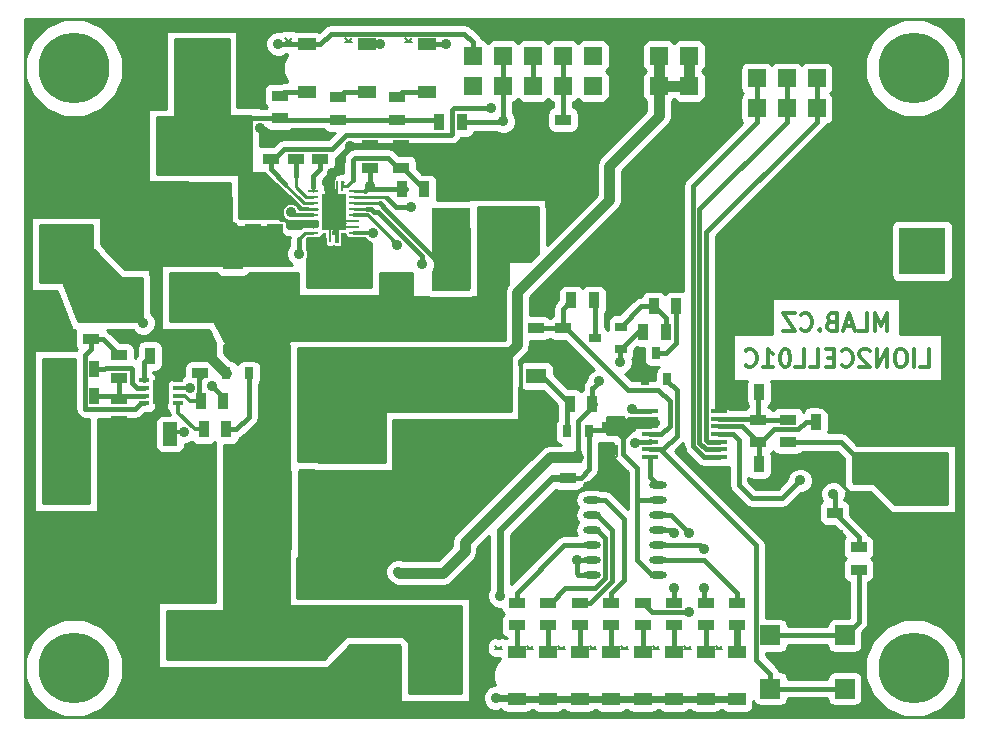
<source format=gbr>
G04 #@! TF.FileFunction,Copper,L2,Bot,Signal*
%FSLAX46Y46*%
G04 Gerber Fmt 4.6, Leading zero omitted, Abs format (unit mm)*
G04 Created by KiCad (PCBNEW (2015-05-13 BZR 5653)-product) date 3. 12. 2015 7:33:34*
%MOMM*%
G01*
G04 APERTURE LIST*
%ADD10C,0.300000*%
%ADD11C,0.150000*%
%ADD12R,4.000000X4.000000*%
%ADD13R,1.397000X0.889000*%
%ADD14R,2.499360X2.550160*%
%ADD15R,0.889000X1.397000*%
%ADD16R,2.499360X1.800860*%
%ADD17R,1.800860X2.499360*%
%ADD18R,1.699260X1.300480*%
%ADD19R,1.524000X1.524000*%
%ADD20R,3.810000X3.810000*%
%ADD21R,5.500000X3.000000*%
%ADD22C,6.000000*%
%ADD23R,0.800100X1.000760*%
%ADD24R,1.000760X0.800100*%
%ADD25R,3.200000X1.000000*%
%ADD26R,2.032000X1.524000*%
%ADD27O,1.473200X0.609600*%
%ADD28R,1.676400X1.676400*%
%ADD29R,1.450000X0.450000*%
%ADD30R,0.850000X0.350000*%
%ADD31R,1.400000X2.000000*%
%ADD32R,2.550160X2.700020*%
%ADD33R,0.850000X0.280000*%
%ADD34R,2.050000X3.050000*%
%ADD35R,0.280000X0.850000*%
%ADD36R,0.280000X1.125000*%
%ADD37R,0.400000X0.450000*%
%ADD38C,0.600000*%
%ADD39R,3.330000X3.810000*%
%ADD40R,1.500000X1.050000*%
%ADD41R,1.200000X2.000000*%
%ADD42C,0.890000*%
%ADD43C,0.400000*%
%ADD44C,0.890000*%
%ADD45C,0.180000*%
%ADD46C,0.250000*%
%ADD47C,0.254000*%
%ADD48C,0.600000*%
%ADD49C,0.500000*%
G04 APERTURE END LIST*
D10*
X76723000Y30563429D02*
X77437286Y30563429D01*
X77437286Y32063429D01*
X76223000Y30563429D02*
X76223000Y32063429D01*
X75223000Y32063429D02*
X74937286Y32063429D01*
X74794428Y31992000D01*
X74651571Y31849143D01*
X74580143Y31563429D01*
X74580143Y31063429D01*
X74651571Y30777714D01*
X74794428Y30634857D01*
X74937286Y30563429D01*
X75223000Y30563429D01*
X75365857Y30634857D01*
X75508714Y30777714D01*
X75580143Y31063429D01*
X75580143Y31563429D01*
X75508714Y31849143D01*
X75365857Y31992000D01*
X75223000Y32063429D01*
X73937285Y30563429D02*
X73937285Y32063429D01*
X73080142Y30563429D01*
X73080142Y32063429D01*
X72437285Y31920571D02*
X72365856Y31992000D01*
X72222999Y32063429D01*
X71865856Y32063429D01*
X71722999Y31992000D01*
X71651570Y31920571D01*
X71580142Y31777714D01*
X71580142Y31634857D01*
X71651570Y31420571D01*
X72508713Y30563429D01*
X71580142Y30563429D01*
X70080142Y30706286D02*
X70151571Y30634857D01*
X70365857Y30563429D01*
X70508714Y30563429D01*
X70722999Y30634857D01*
X70865857Y30777714D01*
X70937285Y30920571D01*
X71008714Y31206286D01*
X71008714Y31420571D01*
X70937285Y31706286D01*
X70865857Y31849143D01*
X70722999Y31992000D01*
X70508714Y32063429D01*
X70365857Y32063429D01*
X70151571Y31992000D01*
X70080142Y31920571D01*
X69437285Y31349143D02*
X68937285Y31349143D01*
X68722999Y30563429D02*
X69437285Y30563429D01*
X69437285Y32063429D01*
X68722999Y32063429D01*
X67365856Y30563429D02*
X68080142Y30563429D01*
X68080142Y32063429D01*
X66151570Y30563429D02*
X66865856Y30563429D01*
X66865856Y32063429D01*
X65365856Y32063429D02*
X65222999Y32063429D01*
X65080142Y31992000D01*
X65008713Y31920571D01*
X64937284Y31777714D01*
X64865856Y31492000D01*
X64865856Y31134857D01*
X64937284Y30849143D01*
X65008713Y30706286D01*
X65080142Y30634857D01*
X65222999Y30563429D01*
X65365856Y30563429D01*
X65508713Y30634857D01*
X65580142Y30706286D01*
X65651570Y30849143D01*
X65722999Y31134857D01*
X65722999Y31492000D01*
X65651570Y31777714D01*
X65580142Y31920571D01*
X65508713Y31992000D01*
X65365856Y32063429D01*
X63437285Y30563429D02*
X64294428Y30563429D01*
X63865856Y30563429D02*
X63865856Y32063429D01*
X64008713Y31849143D01*
X64151571Y31706286D01*
X64294428Y31634857D01*
X61937285Y30706286D02*
X62008714Y30634857D01*
X62223000Y30563429D01*
X62365857Y30563429D01*
X62580142Y30634857D01*
X62723000Y30777714D01*
X62794428Y30920571D01*
X62865857Y31206286D01*
X62865857Y31420571D01*
X62794428Y31706286D01*
X62723000Y31849143D01*
X62580142Y31992000D01*
X62365857Y32063429D01*
X62223000Y32063429D01*
X62008714Y31992000D01*
X61937285Y31920571D01*
X73917428Y33611429D02*
X73917428Y35111429D01*
X73417428Y34040000D01*
X72917428Y35111429D01*
X72917428Y33611429D01*
X71488856Y33611429D02*
X72203142Y33611429D01*
X72203142Y35111429D01*
X71060285Y34040000D02*
X70345999Y34040000D01*
X71203142Y33611429D02*
X70703142Y35111429D01*
X70203142Y33611429D01*
X69203142Y34397143D02*
X68988856Y34325714D01*
X68917428Y34254286D01*
X68845999Y34111429D01*
X68845999Y33897143D01*
X68917428Y33754286D01*
X68988856Y33682857D01*
X69131714Y33611429D01*
X69703142Y33611429D01*
X69703142Y35111429D01*
X69203142Y35111429D01*
X69060285Y35040000D01*
X68988856Y34968571D01*
X68917428Y34825714D01*
X68917428Y34682857D01*
X68988856Y34540000D01*
X69060285Y34468571D01*
X69203142Y34397143D01*
X69703142Y34397143D01*
X68203142Y33754286D02*
X68131714Y33682857D01*
X68203142Y33611429D01*
X68274571Y33682857D01*
X68203142Y33754286D01*
X68203142Y33611429D01*
X66631713Y33754286D02*
X66703142Y33682857D01*
X66917428Y33611429D01*
X67060285Y33611429D01*
X67274570Y33682857D01*
X67417428Y33825714D01*
X67488856Y33968571D01*
X67560285Y34254286D01*
X67560285Y34468571D01*
X67488856Y34754286D01*
X67417428Y34897143D01*
X67274570Y35040000D01*
X67060285Y35111429D01*
X66917428Y35111429D01*
X66703142Y35040000D01*
X66631713Y34968571D01*
X66131713Y35111429D02*
X65131713Y35111429D01*
X66131713Y33611429D01*
X65131713Y33611429D01*
D11*
X41038780Y6659880D02*
X40733980Y6979920D01*
X41023540Y6697980D02*
X41295320Y6972300D01*
X41295320Y6667500D02*
X40726360Y6662420D01*
X43705780Y6659880D02*
X43400980Y6979920D01*
X43690540Y6697980D02*
X43962320Y6972300D01*
X43962320Y6667500D02*
X43393360Y6662420D01*
X46372780Y6659880D02*
X46067980Y6979920D01*
X46357540Y6697980D02*
X46629320Y6972300D01*
X46629320Y6667500D02*
X46060360Y6662420D01*
X49039780Y6659880D02*
X48734980Y6979920D01*
X49024540Y6697980D02*
X49296320Y6972300D01*
X49296320Y6667500D02*
X48727360Y6662420D01*
X51706780Y6659880D02*
X51401980Y6979920D01*
X51691540Y6697980D02*
X51963320Y6972300D01*
X51963320Y6667500D02*
X51394360Y6662420D01*
X54373780Y6659880D02*
X54068980Y6979920D01*
X54358540Y6697980D02*
X54630320Y6972300D01*
X54630320Y6667500D02*
X54061360Y6662420D01*
X57040780Y6659880D02*
X56735980Y6979920D01*
X57025540Y6697980D02*
X57297320Y6972300D01*
X57297320Y6667500D02*
X56728360Y6662420D01*
X59707780Y6659880D02*
X59402980Y6979920D01*
X59692540Y6697980D02*
X59964320Y6972300D01*
X59964320Y6667500D02*
X59395360Y6662420D01*
X23258780Y58094880D02*
X22953980Y58414920D01*
X23243540Y58132980D02*
X23515320Y58407300D01*
X23515320Y58102500D02*
X22946360Y58097420D01*
X28338780Y58094880D02*
X28033980Y58414920D01*
X28323540Y58132980D02*
X28595320Y58407300D01*
X28595320Y58102500D02*
X28026360Y58097420D01*
X33418780Y58094880D02*
X33113980Y58414920D01*
X33403540Y58132980D02*
X33675320Y58407300D01*
X33675320Y58102500D02*
X33106360Y58097420D01*
D12*
X4390000Y40384000D03*
X76890000Y40384000D03*
X4390000Y21084000D03*
X76890000Y21084000D03*
D13*
X8890000Y27876500D03*
X8890000Y25971500D03*
D14*
X17272000Y43718480D03*
X17272000Y48768000D03*
D13*
X20193000Y44132500D03*
X20193000Y42227500D03*
X8890000Y31559500D03*
X8890000Y29654500D03*
D15*
X11493500Y31496000D03*
X13398500Y31496000D03*
D13*
X21717000Y48196500D03*
X21717000Y50101500D03*
X22098000Y44132500D03*
X22098000Y42227500D03*
X15748000Y30035500D03*
X15748000Y31940500D03*
X32766000Y47434500D03*
X32766000Y49339500D03*
X24765000Y23431500D03*
X24765000Y21526500D03*
X50419000Y25463500D03*
X50419000Y23558500D03*
X62992000Y26098500D03*
X62992000Y24193500D03*
X69469000Y18224500D03*
X69469000Y16319500D03*
D15*
X63055500Y22352000D03*
X64960500Y22352000D03*
X63055500Y28448000D03*
X64960500Y28448000D03*
D13*
X44196000Y33845500D03*
X44196000Y31940500D03*
X46863000Y21145500D03*
X46863000Y19240500D03*
D16*
X9718040Y49276000D03*
X13716000Y49276000D03*
D17*
X18542000Y40098980D03*
X18542000Y36101020D03*
D18*
X44196000Y26316940D03*
X44196000Y29817060D03*
D19*
X19558000Y57150000D03*
X19558000Y54610000D03*
X17018000Y57150000D03*
X17018000Y54610000D03*
X14478000Y57150000D03*
X14478000Y54610000D03*
X11938000Y57150000D03*
X11938000Y54610000D03*
X49022000Y54356000D03*
X49022000Y56896000D03*
X38862000Y56896000D03*
X38862000Y54356000D03*
X43942000Y54356000D03*
X43942000Y56896000D03*
X46482000Y54356000D03*
X46482000Y56896000D03*
X41402000Y54356000D03*
X41402000Y56896000D03*
X31750000Y3810000D03*
X31750000Y6350000D03*
X34290000Y3810000D03*
X34290000Y6350000D03*
X36830000Y3810000D03*
X36830000Y6350000D03*
X39370000Y3810000D03*
X39370000Y6350000D03*
D20*
X14939000Y7874000D03*
X19939000Y7874000D03*
X14939000Y2921000D03*
X19939000Y2921000D03*
D19*
X62865000Y52451000D03*
X62865000Y54991000D03*
X65405000Y52451000D03*
X65405000Y54991000D03*
X67945000Y52451000D03*
X67945000Y54991000D03*
X59690000Y56896000D03*
X59690000Y54356000D03*
X57150000Y56896000D03*
X57150000Y54356000D03*
X54610000Y56896000D03*
X54610000Y54356000D03*
X52070000Y56896000D03*
X52070000Y54356000D03*
D21*
X27559000Y38909000D03*
X27559000Y28909000D03*
D22*
X76200000Y5080000D03*
X5080000Y55880000D03*
X5080000Y5080000D03*
X76200000Y55880000D03*
D23*
X18923000Y32214820D03*
X17970500Y30015180D03*
X19875500Y30015180D03*
X47752000Y22903180D03*
X48704500Y25102820D03*
X46799500Y25102820D03*
X54356000Y31706820D03*
X53403500Y29507180D03*
X55308500Y29507180D03*
D24*
X49192180Y33020000D03*
X51391820Y32067500D03*
X51391820Y33972500D03*
D13*
X6477000Y32956500D03*
X6477000Y34861500D03*
D15*
X6794500Y28067000D03*
X4889500Y28067000D03*
X6794500Y30353000D03*
X4889500Y30353000D03*
D13*
X46482000Y51498500D03*
X46482000Y49593500D03*
D15*
X36004500Y51308000D03*
X37909500Y51308000D03*
D13*
X22479000Y51625500D03*
X22479000Y53530500D03*
X27432000Y51498500D03*
X27432000Y53403500D03*
X32385000Y51498500D03*
X32385000Y53403500D03*
D15*
X15811500Y27686000D03*
X17716500Y27686000D03*
X17970500Y25273000D03*
X16065500Y25273000D03*
D13*
X25908000Y48196500D03*
X25908000Y50101500D03*
X23876000Y48196500D03*
X23876000Y50101500D03*
D15*
X32829500Y45593000D03*
X34734500Y45593000D03*
D13*
X30099000Y49339500D03*
X30099000Y47434500D03*
D25*
X36957000Y37517000D03*
X36957000Y31317000D03*
D13*
X65532000Y24193500D03*
X65532000Y26098500D03*
D15*
X69786500Y25908000D03*
X67881500Y25908000D03*
D13*
X71501000Y13398500D03*
X71501000Y15303500D03*
D15*
X47053500Y27432000D03*
X48958500Y27432000D03*
D26*
X72136000Y21590000D03*
X72136000Y24892000D03*
D13*
X46482000Y31940500D03*
X46482000Y33845500D03*
D15*
X49085500Y36195000D03*
X47180500Y36195000D03*
X54165500Y35687000D03*
X56070500Y35687000D03*
X53276500Y33528000D03*
X55181500Y33528000D03*
D13*
X42545000Y8699500D03*
X42545000Y10604500D03*
X45212000Y8699500D03*
X45212000Y10604500D03*
X47879000Y8699500D03*
X47879000Y10604500D03*
X50546000Y8699500D03*
X50546000Y10604500D03*
X53213000Y8699500D03*
X53213000Y10604500D03*
X55880000Y8699500D03*
X55880000Y10604500D03*
X58547000Y8699500D03*
X58547000Y10604500D03*
D27*
X48895000Y12954000D03*
X48895000Y14224000D03*
X48895000Y15494000D03*
X48895000Y16764000D03*
X54483000Y16764000D03*
X54483000Y15494000D03*
X54483000Y14224000D03*
X54483000Y12954000D03*
X48895000Y18034000D03*
X48895000Y19304000D03*
X48895000Y20574000D03*
X54483000Y18034000D03*
X54483000Y19304000D03*
X54483000Y20574000D03*
D28*
X70333000Y7838000D03*
X70333000Y3338000D03*
X64033000Y7838000D03*
X64033000Y3338000D03*
D29*
X53819000Y22942000D03*
X53819000Y23592000D03*
X53819000Y24242000D03*
X53819000Y24892000D03*
X53819000Y25542000D03*
X53819000Y26192000D03*
X53819000Y26842000D03*
X59719000Y26842000D03*
X59719000Y26192000D03*
X59719000Y25542000D03*
X59719000Y24892000D03*
X59719000Y24242000D03*
X59719000Y23592000D03*
X59719000Y22942000D03*
D30*
X10971000Y28123000D03*
X10971000Y28773000D03*
X10971000Y29423000D03*
X13921000Y29423000D03*
X13921000Y28773000D03*
X13921000Y28123000D03*
X13921000Y27473000D03*
X10971000Y27473000D03*
D31*
X12446000Y28448000D03*
D32*
X35433000Y24384000D03*
X29083000Y24384000D03*
D19*
X70485000Y52451000D03*
X70485000Y54991000D03*
D33*
X25326000Y41938000D03*
D34*
X27051000Y43688000D03*
D33*
X25326000Y42438000D03*
X25326000Y42938000D03*
X25326000Y43438000D03*
X25326000Y43938000D03*
X25326000Y44438000D03*
X25326000Y44938000D03*
X25326000Y45438000D03*
D35*
X26301000Y45913000D03*
X27801000Y45913000D03*
D33*
X28776000Y45438000D03*
X28776000Y44938000D03*
X28776000Y44438000D03*
X28776000Y43938000D03*
X28776000Y43438000D03*
X28776000Y42938000D03*
X28776000Y42438000D03*
X28776000Y41938000D03*
D35*
X27801000Y41463000D03*
X26301000Y41463000D03*
D10*
G36*
X27491000Y41050500D02*
X27211000Y41050500D01*
X27211000Y42175500D01*
X27491000Y42175500D01*
X27491000Y41050500D01*
X27491000Y41050500D01*
G37*
D36*
X26751000Y41613000D03*
X26751000Y45763000D03*
X27351000Y45763000D03*
D37*
X27051000Y41938000D03*
X27051000Y45438000D03*
D38*
X27686000Y42545000D03*
X27686000Y44831000D03*
X26416000Y44831000D03*
X26416000Y42545000D03*
X27051000Y43688000D03*
D13*
X61214000Y8699500D03*
X61214000Y10604500D03*
D39*
X9282000Y36322000D03*
X15102000Y36322000D03*
X36968000Y42164000D03*
X42788000Y42164000D03*
D40*
X42545000Y2445000D03*
X42545000Y6445000D03*
X45212000Y2445000D03*
X45212000Y6445000D03*
X47879000Y2445000D03*
X47879000Y6445000D03*
X50546000Y2445000D03*
X50546000Y6445000D03*
X53213000Y2445000D03*
X53213000Y6445000D03*
X55880000Y2445000D03*
X55880000Y6445000D03*
X58547000Y2445000D03*
X58547000Y6445000D03*
X61214000Y2445000D03*
X61214000Y6445000D03*
X24765000Y53880000D03*
X24765000Y57880000D03*
X29845000Y53880000D03*
X29845000Y57880000D03*
X34925000Y53880000D03*
X34925000Y57880000D03*
D41*
X10668000Y24892000D03*
X13208000Y24892000D03*
D42*
X10922000Y34290000D03*
X16764000Y28956000D03*
X49530000Y29337000D03*
X32512000Y13208000D03*
X51308000Y30988000D03*
X8890000Y24637999D03*
X7620000Y24638000D03*
X41402000Y23622000D03*
X39116000Y23368000D03*
X36322000Y21336000D03*
X34544000Y21336000D03*
X32766000Y20320000D03*
X30734000Y20320000D03*
X73152000Y9398000D03*
X73152000Y11430000D03*
X73406000Y13208000D03*
X73406000Y14986000D03*
X76962000Y37338000D03*
X68834000Y37338000D03*
X60198000Y37338000D03*
X60198000Y29972000D03*
X61214000Y28194000D03*
X59944000Y28194000D03*
X69596000Y13208000D03*
X70104000Y11938000D03*
X70104000Y10414000D03*
X64262000Y11938000D03*
X64262000Y13462000D03*
X64262000Y14986000D03*
X64262000Y18288000D03*
X67056000Y19050000D03*
X67564000Y17018000D03*
X15494000Y17526000D03*
X13462000Y17526000D03*
X11684000Y17526000D03*
X9906000Y17526000D03*
X8266902Y17526000D03*
X6535461Y17526000D03*
X4826000Y17526000D03*
X2794000Y17526000D03*
X3556000Y16256000D03*
X5080000Y14986000D03*
X7112000Y14478000D03*
X8890000Y14478000D03*
X10668000Y14478000D03*
X12446000Y14478000D03*
X14224000Y14478000D03*
X16256000Y14478000D03*
X13970000Y42672000D03*
X12446000Y43180000D03*
X11049000Y42672000D03*
X9017000Y41910000D03*
X7874000Y46228000D03*
X9398000Y44323000D03*
X29337000Y20319994D03*
X27813002Y20320002D03*
X26162000Y20447000D03*
X17399000Y30586680D03*
X73406000Y16510000D03*
X72136000Y17526000D03*
X71628000Y19050000D03*
X73152000Y18288000D03*
X74930000Y17272000D03*
X76454000Y17272000D03*
X77978000Y17272000D03*
X79502000Y17272000D03*
X74168000Y28194000D03*
X74930000Y26924000D03*
X76200000Y26416000D03*
X77724000Y26416000D03*
X79248000Y26416000D03*
X79248000Y25146000D03*
X77724000Y25146000D03*
X76200000Y25146000D03*
X74676000Y25146000D03*
X73660000Y26416000D03*
X72898000Y27432000D03*
X71374000Y27432000D03*
X69850000Y27432000D03*
X68326000Y27432000D03*
X28829000Y2921000D03*
X27686000Y2921000D03*
X26543000Y2921000D03*
X25400000Y2921000D03*
X24257000Y2921000D03*
X22987000Y2921000D03*
X52832000Y30861000D03*
X46609000Y30607000D03*
X48133000Y29845000D03*
X44196000Y25019000D03*
X43180000Y24003000D03*
X69469000Y14859000D03*
X24910607Y50101500D03*
X34290000Y48895000D03*
X35433000Y48895000D03*
X34671000Y47752000D03*
X35814000Y47752000D03*
X36703000Y48895000D03*
X37846000Y48895000D03*
X46228000Y48260000D03*
X9906000Y57404000D03*
X9906000Y56261000D03*
X9906000Y55118000D03*
X9906000Y53848000D03*
X9906000Y52578000D03*
X57404000Y50038000D03*
X56769000Y49403000D03*
X56134000Y48768000D03*
X55499000Y48133000D03*
X50800000Y35433000D03*
X51689000Y36322000D03*
X52578000Y37211000D03*
X11684000Y44450000D03*
X11684000Y45720000D03*
X10414000Y45720000D03*
X10541000Y40386000D03*
X9144000Y40386000D03*
X18542000Y42418000D03*
X39370000Y11938000D03*
X39370000Y13716000D03*
X39878000Y15240000D03*
X70358000Y50292000D03*
X71501000Y50292000D03*
X72517000Y50292000D03*
X73787000Y50292000D03*
X15748000Y33147000D03*
X14224000Y33147000D03*
X9652000Y33147000D03*
X12446000Y26924000D03*
X28194000Y16002000D03*
X24892000Y16002000D03*
X31623000Y16002000D03*
X36449000Y16002000D03*
X34030920Y16002000D03*
X42418000Y13208000D03*
X42418000Y16002000D03*
X46736000Y17780000D03*
X44704000Y18288000D03*
X12192000Y4318000D03*
X12192000Y3048000D03*
X12192000Y1524000D03*
X65913000Y14859000D03*
X61468000Y18542000D03*
X56515000Y23495000D03*
X58420000Y21590000D03*
X59690000Y20320000D03*
X66548000Y9144000D03*
X68199000Y9144000D03*
X65532000Y9652000D03*
X64389000Y9652000D03*
X44704000Y46736000D03*
X42926000Y45212000D03*
X44450000Y45212000D03*
X45974000Y44958000D03*
X45974000Y43942000D03*
X30480000Y1524000D03*
X32004000Y1524000D03*
X33528000Y1524000D03*
X35052000Y1524000D03*
X36576000Y1524000D03*
X38100000Y1524000D03*
X54864000Y59182000D03*
X56388000Y59182000D03*
X57912000Y59182000D03*
X59436000Y59182000D03*
X60960000Y59182000D03*
X7620000Y49276000D03*
X7620000Y48006000D03*
X16764000Y45720000D03*
X15494000Y45720000D03*
X14224000Y45720000D03*
X12954000Y45720000D03*
X20320000Y39624000D03*
X21590000Y39624000D03*
X22860000Y39624000D03*
X2540000Y50038000D03*
X4318000Y50038000D03*
X6096000Y50038000D03*
X2540000Y48768000D03*
X2540000Y47498000D03*
X2540000Y46228000D03*
X2540000Y44958000D03*
X2540000Y43688000D03*
X4064000Y43688000D03*
X5588000Y43688000D03*
X7112000Y43688000D03*
X20066000Y53086000D03*
X20828000Y50800000D03*
X28448000Y49276000D03*
X27686000Y48006000D03*
X26924000Y46990000D03*
X45720000Y36830000D03*
X44196000Y36322000D03*
X45212000Y35306000D03*
X67818000Y48768000D03*
X66294000Y47244000D03*
X65024000Y45974000D03*
X63500000Y44450000D03*
X66294000Y28448000D03*
X68072000Y28956000D03*
X50927000Y21209000D03*
X50165000Y22098000D03*
X40386000Y52451000D03*
X34543998Y39243000D03*
X36829992Y31369000D03*
X41148000Y11176000D03*
X40767000Y2540000D03*
X52324000Y27017010D03*
X69342000Y19812000D03*
X23421502Y43688000D03*
X22352000Y57912000D03*
X30356276Y41874421D03*
X30988000Y57912000D03*
X24130000Y40132000D03*
X36576000Y57912000D03*
X32414992Y40923996D03*
X33599912Y44140033D03*
X41402000Y51353464D03*
X30099000Y45847000D03*
X66548000Y20955000D03*
X57150000Y16510000D03*
X57150000Y9779000D03*
X55880000Y16510000D03*
X55880000Y11811000D03*
X58420000Y15113000D03*
X58420000Y11811000D03*
X52576971Y24168153D03*
X47625000Y14224000D03*
X14414985Y25082985D03*
X14859490Y28790091D03*
D43*
X9282000Y36322000D02*
X9282000Y35930000D01*
X9282000Y35930000D02*
X10922000Y34290000D01*
X17716500Y27686000D02*
X17716500Y28003500D01*
X17716500Y28003500D02*
X16764000Y28956000D01*
X17716500Y27686000D02*
X17716500Y27800270D01*
X49085001Y28892001D02*
X49530000Y29337000D01*
X48958500Y28765500D02*
X49085001Y28892001D01*
X48958500Y27432000D02*
X48958500Y28765500D01*
X10414000Y35190000D02*
X9282000Y36322000D01*
X5778999Y39179999D02*
X5334000Y38735000D01*
X5836325Y39237325D02*
X5778999Y39179999D01*
X5836325Y39243000D02*
X5836325Y39237325D01*
X6217325Y39243000D02*
X5836325Y39243000D01*
X7048999Y40125001D02*
X7048999Y40074674D01*
X4390000Y40384000D02*
X6790000Y40384000D01*
X6644000Y39243000D02*
X5836325Y39243000D01*
X9565000Y36322000D02*
X6644000Y39243000D01*
X7048999Y40074674D02*
X6217325Y39243000D01*
X6790000Y40384000D02*
X7048999Y40125001D01*
X17589500Y27686000D02*
X17546756Y27686000D01*
D44*
X47752000Y22903180D02*
X45337180Y22903180D01*
X45337180Y22903180D02*
X38150000Y15716000D01*
X38150000Y15716000D02*
X38150000Y14966000D01*
X38150000Y14966000D02*
X36310000Y13126000D01*
X36310000Y13126000D02*
X35560000Y13126000D01*
X35560000Y13126000D02*
X32594000Y13126000D01*
X32594000Y13126000D02*
X32512000Y13208000D01*
D43*
X47752000Y22903180D02*
X47752000Y25971500D01*
X47752000Y25971500D02*
X48958500Y27178000D01*
X48958500Y27178000D02*
X48958500Y27432000D01*
X51308000Y30988000D02*
X51308000Y31983680D01*
X51308000Y31983680D02*
X51391820Y32067500D01*
X48958500Y27432000D02*
X49149000Y27432000D01*
X53276500Y33528000D02*
X52852320Y33528000D01*
X52852320Y33528000D02*
X51391820Y32067500D01*
X8890000Y27876500D02*
X8890000Y29654500D01*
X6794500Y28067000D02*
X8699500Y28067000D01*
X8699500Y28067000D02*
X8890000Y27876500D01*
X10971000Y28123000D02*
X9136500Y28123000D01*
X9136500Y28123000D02*
X8890000Y27876500D01*
X8763000Y28003500D02*
X8890000Y27876500D01*
D45*
X8890000Y25971500D02*
X8890000Y24637999D01*
X8890000Y24637999D02*
X8890000Y17907000D01*
D43*
X8890000Y25971500D02*
X8890000Y25908000D01*
X8890000Y25908000D02*
X7620000Y24638000D01*
D45*
X36322000Y21336000D02*
X37084000Y21336000D01*
X37084000Y21336000D02*
X39116000Y23368000D01*
X32766000Y20320000D02*
X33528000Y20320000D01*
X33528000Y20320000D02*
X34544000Y21336000D01*
X29337000Y20319994D02*
X30733994Y20319994D01*
X30733994Y20319994D02*
X30734000Y20320000D01*
X73406000Y13208000D02*
X73406000Y11684000D01*
X73406000Y11684000D02*
X73152000Y11430000D01*
X73406000Y16510000D02*
X73406000Y14986000D01*
X60198000Y37338000D02*
X68834000Y37338000D01*
X61214000Y28194000D02*
X61214000Y28956000D01*
X61214000Y28956000D02*
X60198000Y29972000D01*
X59719000Y26842000D02*
X59719000Y27969000D01*
X59719000Y27969000D02*
X59944000Y28194000D01*
X70104000Y10414000D02*
X70104000Y11938000D01*
X64262000Y13462000D02*
X64262000Y11938000D01*
X64262000Y18288000D02*
X64262000Y14986000D01*
X67564000Y17018000D02*
X67564000Y18542000D01*
X67564000Y18542000D02*
X67056000Y19050000D01*
X13462000Y17526000D02*
X15494000Y17526000D01*
X9906000Y17526000D02*
X11684000Y17526000D01*
X8509000Y17526000D02*
X8266902Y17526000D01*
X2794000Y17526000D02*
X4826000Y17526000D01*
X5080000Y14986000D02*
X3810000Y16256000D01*
X3810000Y16256000D02*
X3556000Y16256000D01*
X8890000Y14478000D02*
X7112000Y14478000D01*
X12446000Y14478000D02*
X10668000Y14478000D01*
X16256000Y14478000D02*
X14224000Y14478000D01*
X11049000Y42672000D02*
X13970000Y42672000D01*
X11816675Y43180000D02*
X12446000Y43180000D01*
X11043325Y43180000D02*
X11816675Y43180000D01*
X10662325Y43561000D02*
X11043325Y43180000D01*
X9017000Y43434000D02*
X9017000Y42539325D01*
X9080999Y43497999D02*
X9017000Y43434000D01*
X9017000Y42539325D02*
X9017000Y41910000D01*
X13462000Y46007020D02*
X11590020Y46007020D01*
X11684000Y44450000D02*
X10795000Y43561000D01*
X10795000Y43561000D02*
X10662325Y43561000D01*
X9144000Y43561000D02*
X9080999Y43497999D01*
X11590020Y46007020D02*
X9080999Y43497999D01*
X10662325Y43561000D02*
X9144000Y43561000D01*
X18542000Y42418000D02*
X14732000Y46228000D01*
X14732000Y46228000D02*
X8503325Y46228000D01*
X8503325Y46228000D02*
X7874000Y46228000D01*
X9842999Y43878001D02*
X9398000Y44323000D01*
X16953230Y42037000D02*
X16885325Y42037000D01*
X21653500Y42037000D02*
X16885325Y42037000D01*
X18542000Y40098980D02*
X18542000Y40448230D01*
X22098000Y42481500D02*
X21653500Y42037000D01*
X16885325Y42037000D02*
X11684000Y42037000D01*
X11684000Y42037000D02*
X9842999Y43878001D01*
X18542000Y40448230D02*
X16953230Y42037000D01*
X29337000Y17145000D02*
X29337000Y19690669D01*
X28194000Y16002000D02*
X29337000Y17145000D01*
X27813002Y20320002D02*
X29336992Y20320002D01*
X29337000Y19690669D02*
X29337000Y20319994D01*
X29336992Y20320002D02*
X29337000Y20319994D01*
X26098500Y20447000D02*
X26162000Y20447000D01*
X25019000Y21526500D02*
X26098500Y20447000D01*
X24765000Y21526500D02*
X25019000Y21526500D01*
D44*
X17399000Y30586680D02*
X16299180Y31686500D01*
X17970500Y30015180D02*
X17399000Y30586680D01*
D10*
X71628000Y19050000D02*
X68326000Y22352000D01*
X68326000Y22352000D02*
X64960500Y22352000D01*
X42926000Y30924500D02*
X42926000Y28537180D01*
X42926000Y28537180D02*
X44196000Y27267180D01*
X44196000Y27267180D02*
X44196000Y26316940D01*
X44196000Y31940500D02*
X43942000Y31940500D01*
X43942000Y31940500D02*
X42926000Y30924500D01*
D43*
X71628000Y19050000D02*
X71628000Y18034000D01*
X71628000Y18034000D02*
X72136000Y17526000D01*
X74930000Y17272000D02*
X74168000Y17272000D01*
X74168000Y17272000D02*
X73152000Y18288000D01*
X77978000Y17272000D02*
X76454000Y17272000D01*
X80010000Y17780000D02*
X79502000Y17272000D01*
X80010000Y24384000D02*
X80010000Y17780000D01*
X79692999Y24701001D02*
X80010000Y24384000D01*
X79248000Y25146000D02*
X79692999Y24701001D01*
X76200000Y26416000D02*
X75438000Y26416000D01*
X75438000Y26416000D02*
X74930000Y26924000D01*
X79248000Y26416000D02*
X77724000Y26416000D01*
X77724000Y25146000D02*
X79248000Y25146000D01*
X74676000Y25146000D02*
X76200000Y25146000D01*
X72898000Y27432000D02*
X72898000Y27178000D01*
X72898000Y27178000D02*
X73660000Y26416000D01*
X69850000Y27432000D02*
X71374000Y27432000D01*
X69786500Y25908000D02*
X69786500Y25971500D01*
X69786500Y25971500D02*
X68326000Y27432000D01*
X26543000Y2921000D02*
X27686000Y2921000D01*
X24257000Y2921000D02*
X25400000Y2921000D01*
X19939000Y2921000D02*
X22987000Y2921000D01*
D45*
X12065000Y1270000D02*
X12065000Y1977388D01*
X12065000Y3556000D02*
X12065000Y3175000D01*
X14939000Y2921000D02*
X12854000Y2921000D01*
X12854000Y2921000D02*
X12065000Y3710000D01*
X12065000Y3710000D02*
X12065000Y4445000D01*
X8890000Y17907000D02*
X8509000Y17526000D01*
X26751000Y45763000D02*
X26751000Y45738000D01*
X26751000Y45738000D02*
X27051000Y45438000D01*
X28776000Y42938000D02*
X27801000Y42938000D01*
X27801000Y42938000D02*
X27051000Y43688000D01*
X27351000Y45763000D02*
X27351000Y43988000D01*
X27351000Y43988000D02*
X27051000Y43688000D01*
X13398500Y31496000D02*
X15684500Y31496000D01*
X15684500Y31496000D02*
X15875000Y31686500D01*
X13921000Y29423000D02*
X13921000Y30973500D01*
X13921000Y30973500D02*
X13398500Y31496000D01*
X12771000Y28773000D02*
X12446000Y28448000D01*
X69469000Y14859000D02*
X69469000Y16319500D01*
X51054000Y23304500D02*
X51054000Y22987000D01*
X27355999Y41706999D02*
X27355999Y41529000D01*
X27355999Y41859001D02*
X27355999Y41706999D01*
X27051000Y41938000D02*
X27277000Y41938000D01*
X27277000Y41938000D02*
X27355999Y41859001D01*
X27051000Y41938000D02*
X27051000Y43688000D01*
X26751000Y41613000D02*
X26751000Y43388000D01*
X26751000Y43388000D02*
X27051000Y43688000D01*
X27051000Y43688000D02*
X27051000Y43180000D01*
X27051000Y43180000D02*
X27793000Y42438000D01*
X27793000Y42438000D02*
X28101000Y42438000D01*
X28101000Y42438000D02*
X28776000Y42438000D01*
X53403500Y30289500D02*
X52832000Y30861000D01*
X53403500Y29507180D02*
X53403500Y30289500D01*
X46482000Y30734000D02*
X46609000Y30607000D01*
X46482000Y31940500D02*
X46482000Y30734000D01*
X44196000Y26316940D02*
X44196000Y25019000D01*
X21717000Y50101500D02*
X23876000Y50101500D01*
X23876000Y50101500D02*
X24910607Y50101500D01*
X24910607Y50101500D02*
X25908000Y50101500D01*
X26860500Y50101500D02*
X27178000Y50419000D01*
X23876000Y50101500D02*
X26860500Y50101500D01*
X33845500Y49339500D02*
X34290000Y48895000D01*
X32766000Y49339500D02*
X33845500Y49339500D01*
X35433000Y48514000D02*
X34671000Y47752000D01*
X35433000Y48895000D02*
X35433000Y48514000D01*
X35814000Y48006000D02*
X36703000Y48895000D01*
X35814000Y47752000D02*
X35814000Y48006000D01*
X48895000Y20574000D02*
X50292000Y20574000D01*
X42799000Y24384000D02*
X43180000Y24003000D01*
X35433000Y24384000D02*
X42799000Y24384000D01*
X46482000Y48514000D02*
X46228000Y48260000D01*
X46482000Y49593500D02*
X46482000Y48514000D01*
X30099000Y49339500D02*
X32766000Y49339500D01*
X52070000Y55368000D02*
X52070000Y56896000D01*
X52070000Y54356000D02*
X52070000Y55368000D01*
X59690000Y54356000D02*
X59690000Y56896000D01*
X70485000Y55368000D02*
X70485000Y56896000D01*
X70485000Y54356000D02*
X70485000Y55368000D01*
X70485000Y54356000D02*
X70485000Y52705000D01*
X11938000Y57150000D02*
X9906000Y57404000D01*
X9906000Y56261000D02*
X9906000Y55372000D01*
X9906000Y55118000D02*
X9906000Y53848000D01*
X59690000Y52324000D02*
X57404000Y50038000D01*
X59690000Y54356000D02*
X59690000Y52324000D01*
X56769000Y49403000D02*
X56134000Y48768000D01*
X50800000Y43434000D02*
X50800000Y35433000D01*
X55499000Y48133000D02*
X50800000Y43434000D01*
X51689000Y36322000D02*
X52578000Y37211000D01*
X11684000Y45720000D02*
X10414000Y45720000D01*
X10541000Y40386000D02*
X9144000Y40386000D01*
X39370000Y6350000D02*
X39370000Y11938000D01*
X39370000Y13716000D02*
X39878000Y15240000D01*
X70358000Y50292000D02*
X71501000Y50292000D01*
X72517000Y50292000D02*
X73787000Y50292000D01*
X14097000Y31496000D02*
X15748000Y33147000D01*
X13398500Y31496000D02*
X14097000Y31496000D01*
X14224000Y33147000D02*
X9652000Y33147000D01*
X12446000Y28448000D02*
X12446000Y26924000D01*
X24892000Y16002000D02*
X31623000Y16002000D01*
X36449000Y16002000D02*
X34030920Y16002000D01*
X46609000Y19240500D02*
X42418000Y15049500D01*
X46863000Y19240500D02*
X46609000Y19240500D01*
X42418000Y15049500D02*
X42418000Y13208000D01*
X44958000Y16002000D02*
X46736000Y17780000D01*
X42418000Y16002000D02*
X44958000Y16002000D01*
X13589000Y2921000D02*
X12192000Y4318000D01*
X14939000Y2921000D02*
X13589000Y2921000D01*
X12192000Y3302000D02*
X12192000Y3048000D01*
X64770000Y14859000D02*
X61468000Y18542000D01*
X65913000Y14859000D02*
X64770000Y14859000D01*
X56515000Y23495000D02*
X58420000Y21590000D01*
X65913000Y14859000D02*
X66548000Y9144000D01*
X66294000Y9144000D02*
X65532000Y9652000D01*
X66548000Y9144000D02*
X66294000Y9144000D01*
X64389000Y9652000D02*
X63627000Y9652000D01*
X65913000Y16192500D02*
X65913000Y14859000D01*
X78486000Y37084000D02*
X79502000Y36068000D01*
X79502000Y28194000D02*
X77724000Y26416000D01*
X60452000Y37084000D02*
X78486000Y37084000D01*
X60452000Y27980000D02*
X60452000Y37084000D01*
X59719000Y27247000D02*
X60452000Y27980000D01*
X79502000Y36068000D02*
X79502000Y28194000D01*
X59719000Y26842000D02*
X59719000Y27247000D01*
D44*
X16299180Y31686500D02*
X15875000Y31686500D01*
D45*
X44704000Y46736000D02*
X42926000Y45212000D01*
X44450000Y45212000D02*
X45974000Y44958000D01*
X30480000Y1524000D02*
X32004000Y1524000D01*
X33528000Y1524000D02*
X35052000Y1524000D01*
X36576000Y1524000D02*
X38100000Y1524000D01*
X54864000Y59182000D02*
X56388000Y59182000D01*
X57912000Y59182000D02*
X59436000Y59182000D01*
X9718040Y49276000D02*
X7620000Y49276000D01*
X16764000Y45681560D02*
X16764000Y45720000D01*
X17272000Y45173560D02*
X16764000Y45681560D01*
X17272000Y43718480D02*
X17272000Y45173560D01*
X15494000Y45720000D02*
X14224000Y45720000D01*
X19845020Y40098980D02*
X20320000Y39624000D01*
X18542000Y40098980D02*
X19845020Y40098980D01*
X21590000Y39624000D02*
X22860000Y39624000D01*
X2540000Y50038000D02*
X4318000Y50038000D01*
X2540000Y50038000D02*
X2540000Y48768000D01*
X2540000Y47498000D02*
X2540000Y46228000D01*
X2540000Y44958000D02*
X2540000Y43688000D01*
X4064000Y43688000D02*
X5588000Y43688000D01*
X19558000Y53594000D02*
X20066000Y53086000D01*
X19558000Y54610000D02*
X19558000Y53594000D01*
X21526500Y50101500D02*
X20828000Y50800000D01*
X21717000Y50101500D02*
X21526500Y50101500D01*
X28511500Y49339500D02*
X28448000Y49276000D01*
X30099000Y49339500D02*
X28511500Y49339500D01*
X27686000Y47752000D02*
X26924000Y46990000D01*
X27686000Y48006000D02*
X27686000Y47752000D01*
X52578000Y37211000D02*
X50927000Y37211000D01*
X50927000Y37211000D02*
X50546000Y37592000D01*
X46482000Y37592000D02*
X45720000Y36830000D01*
X50546000Y37592000D02*
X46482000Y37592000D01*
X44196000Y36322000D02*
X45212000Y35306000D01*
X69342000Y50292000D02*
X67818000Y48768000D01*
X70358000Y50292000D02*
X69342000Y50292000D01*
X66294000Y47244000D02*
X65024000Y45974000D01*
X67564000Y28448000D02*
X68072000Y28956000D01*
X66294000Y28448000D02*
X67564000Y28448000D01*
X51054000Y22987000D02*
X50165000Y22098000D01*
X50292000Y20574000D02*
X50927000Y21209000D01*
D46*
X25326000Y42438000D02*
X25326000Y42938000D01*
D47*
X22987000Y51467000D02*
X23489802Y51467000D01*
X14224000Y49877980D02*
X18524220Y49877980D01*
X18524220Y49877980D02*
X18796000Y50149760D01*
X14478000Y54610000D02*
X14478000Y50131980D01*
X14478000Y50131980D02*
X14224000Y49877980D01*
D43*
X32385000Y51498500D02*
X27432000Y51498500D01*
X22606000Y51498500D02*
X22479000Y51625500D01*
X27432000Y51498500D02*
X22606000Y51498500D01*
X22479000Y51625500D02*
X16827500Y51625500D01*
X17399000Y51054000D02*
X17399000Y50276760D01*
X16827500Y51625500D02*
X17399000Y51054000D01*
X35814000Y51498500D02*
X36004500Y51308000D01*
X32385000Y51498500D02*
X35814000Y51498500D01*
X6477000Y32956500D02*
X7493000Y32956500D01*
X7493000Y32956500D02*
X8890000Y31559500D01*
X10971000Y27473000D02*
X10721000Y27473000D01*
X10721000Y27473000D02*
X10236499Y26988499D01*
X5969999Y27064499D02*
X5969999Y31604999D01*
X10236499Y26988499D02*
X6045999Y26988499D01*
X6045999Y26988499D02*
X5969999Y27064499D01*
X5969999Y31604999D02*
X6477000Y32112000D01*
X6477000Y32112000D02*
X6477000Y32956500D01*
X10971000Y29423000D02*
X10971000Y30973500D01*
X10971000Y30973500D02*
X11493500Y31496000D01*
D46*
X22974267Y46094733D02*
X22974267Y46006608D01*
X22974267Y46006608D02*
X24130000Y44850875D01*
D43*
X21717000Y47352000D02*
X22974267Y46094733D01*
D46*
X25326000Y44438000D02*
X24542875Y44438000D01*
X24542875Y44438000D02*
X24130000Y44850875D01*
D43*
X21717000Y47352000D02*
X21717000Y48196500D01*
X37084999Y52310501D02*
X37225498Y52451000D01*
X37084999Y50305499D02*
X37084999Y52310501D01*
X37008999Y50229499D02*
X37084999Y50305499D01*
X37225498Y52451000D02*
X40386000Y52451000D01*
X28118999Y50229499D02*
X37008999Y50229499D01*
X26930500Y49041000D02*
X28118999Y50229499D01*
X22815500Y49041000D02*
X26930500Y49041000D01*
X21971000Y48196500D02*
X22815500Y49041000D01*
X21717000Y48196500D02*
X21971000Y48196500D01*
X43942000Y54356000D02*
X43942000Y56896000D01*
D10*
X13921000Y28123000D02*
X14465002Y28123000D01*
X14465002Y28123000D02*
X14902002Y27686000D01*
X14902002Y27686000D02*
X15811500Y27686000D01*
D43*
X15684500Y27686000D02*
X15684500Y29591000D01*
X15684500Y29591000D02*
X15875000Y29781500D01*
X32766000Y47434500D02*
X32893000Y47434500D01*
X32893000Y47434500D02*
X34734500Y45593000D01*
D46*
X27801000Y45913000D02*
X27801000Y46198000D01*
X27801000Y46198000D02*
X27813000Y46210000D01*
X28191000Y45913000D02*
X28702000Y46424000D01*
X27801000Y45913000D02*
X28191000Y45913000D01*
D43*
X32512000Y47434500D02*
X32766000Y47434500D01*
X31667500Y48279000D02*
X32512000Y47434500D01*
X28860500Y48279000D02*
X31667500Y48279000D01*
X28702000Y48120500D02*
X28860500Y48279000D01*
X28702000Y46424000D02*
X28702000Y48120500D01*
X34543998Y39243000D02*
X34543998Y39961744D01*
X30480000Y43688000D02*
X30226000Y43942000D01*
X34543998Y39961744D02*
X30817742Y43688000D01*
X30226000Y43942000D02*
X29845000Y43942000D01*
X30817742Y43688000D02*
X30480000Y43688000D01*
D44*
X54610000Y54356000D02*
X54610000Y51816000D01*
X54610000Y51816000D02*
X50411002Y47617002D01*
X50411002Y47617002D02*
X50411002Y44704000D01*
X50411002Y44704000D02*
X42608991Y36901989D01*
X42608991Y36901989D02*
X42608991Y32448991D01*
X42608991Y32448991D02*
X41477000Y31317000D01*
X41477000Y31317000D02*
X36957000Y31317000D01*
X57150000Y54356000D02*
X57150000Y56896000D01*
X54610000Y54356000D02*
X57150000Y54356000D01*
X54610000Y54356000D02*
X54610000Y56896000D01*
D46*
X28776000Y43938000D02*
X30230000Y43938000D01*
D43*
X50419000Y25463500D02*
X50673000Y25463500D01*
X50673000Y25463500D02*
X51562000Y24574500D01*
X50800000Y25336500D02*
X51054000Y25336500D01*
X46863000Y21145500D02*
X47961500Y21145500D01*
X47961500Y21145500D02*
X48704500Y21888500D01*
X48704500Y21888500D02*
X48704500Y24202440D01*
X48704500Y24202440D02*
X48704500Y25102820D01*
X54483000Y12954000D02*
X54051200Y12954000D01*
X54051200Y12954000D02*
X52777010Y14228190D01*
X48704500Y25002490D02*
X48704500Y25102820D01*
X51054000Y25209500D02*
X48811180Y25209500D01*
X48811180Y25209500D02*
X48704500Y25102820D01*
X51054000Y25209500D02*
X52036500Y26192000D01*
X52036500Y26192000D02*
X53819000Y26192000D01*
X51054000Y25209500D02*
X52152500Y25209500D01*
X52485000Y25542000D02*
X53819000Y25542000D01*
D48*
X45564500Y21145500D02*
X41148000Y16729000D01*
X46863000Y21145500D02*
X45564500Y21145500D01*
X42545000Y2445000D02*
X45212000Y2445000D01*
X47879000Y2445000D02*
X45212000Y2445000D01*
X47879000Y2445000D02*
X50546000Y2445000D01*
X50546000Y2445000D02*
X53213000Y2445000D01*
X53213000Y2445000D02*
X55880000Y2445000D01*
X58547000Y2445000D02*
X55880000Y2445000D01*
X41148000Y16729000D02*
X41148000Y11176000D01*
X42450000Y2540000D02*
X42545000Y2445000D01*
X40767000Y2540000D02*
X42450000Y2540000D01*
X58547000Y2445000D02*
X61214000Y2445000D01*
D43*
X51562000Y24324945D02*
X51562000Y23207955D01*
X51562000Y24324945D02*
X51562000Y24574500D01*
X51562000Y24574500D02*
X52152500Y25165000D01*
X52152500Y25165000D02*
X52152500Y25209500D01*
X52777010Y19475323D02*
X52777010Y21992945D01*
X51562000Y23207955D02*
X52777010Y21992945D01*
X52777010Y14228190D02*
X52777010Y19475323D01*
X54483000Y19304000D02*
X52948333Y19304000D01*
X52948333Y19304000D02*
X52777010Y19475323D01*
X52152500Y25209500D02*
X52485000Y25542000D01*
X65532000Y26098500D02*
X62992000Y26098500D01*
X62992000Y26098500D02*
X62992000Y28384500D01*
X62992000Y28384500D02*
X63055500Y28448000D01*
X59719000Y26192000D02*
X62898500Y26192000D01*
X62898500Y26192000D02*
X62992000Y26098500D01*
X66402999Y25273999D02*
X64326499Y25273999D01*
X63246000Y24193500D02*
X62992000Y24193500D01*
X64326499Y25273999D02*
X63246000Y24193500D01*
X67881500Y25908000D02*
X67037000Y25908000D01*
X67037000Y25908000D02*
X66402999Y25273999D01*
X63055500Y22352000D02*
X63055500Y24130000D01*
X63055500Y24130000D02*
X62992000Y24193500D01*
X59719000Y25542000D02*
X61643500Y25542000D01*
X61643500Y25542000D02*
X62992000Y24193500D01*
X53819000Y26842000D02*
X52499010Y26842000D01*
X52499010Y26842000D02*
X52324000Y27017010D01*
X69469000Y18224500D02*
X69469000Y19685000D01*
X69469000Y19685000D02*
X69342000Y19812000D01*
X71501000Y15303500D02*
X71501000Y16192500D01*
X71501000Y16192500D02*
X69469000Y18224500D01*
X53819000Y24892000D02*
X54803002Y24892000D01*
X54803002Y24892000D02*
X55499000Y25587998D01*
X55499000Y25587998D02*
X55499000Y27686000D01*
X55499000Y27686000D02*
X54558201Y28626799D01*
X54558201Y28626799D02*
X51954701Y28626799D01*
X51954701Y28626799D02*
X46736000Y33845500D01*
X46736000Y33845500D02*
X46482000Y33845500D01*
X46482000Y33845500D02*
X46482000Y35496500D01*
X46482000Y35496500D02*
X47180500Y36195000D01*
X44196000Y33845500D02*
X46482000Y33845500D01*
X22828500Y53880000D02*
X22479000Y53530500D01*
X24765000Y53880000D02*
X22828500Y53880000D01*
D10*
X25326000Y43438000D02*
X23671502Y43438000D01*
X23671502Y43438000D02*
X23421502Y43688000D01*
D43*
X24765000Y57880000D02*
X22384000Y57880000D01*
X22384000Y57880000D02*
X22352000Y57912000D01*
X24765000Y57880000D02*
X24670000Y57880000D01*
X24765000Y57880000D02*
X24389279Y57880000D01*
X24765000Y57880000D02*
X25915000Y57880000D01*
X25915000Y57880000D02*
X26820001Y58785001D01*
X38862000Y58058000D02*
X38862000Y56896000D01*
X26820001Y58785001D02*
X38134999Y58785001D01*
X38134999Y58785001D02*
X38862000Y58058000D01*
X24733000Y57912000D02*
X24765000Y57880000D01*
X24765000Y57880000D02*
X24295168Y57880000D01*
X27908500Y53880000D02*
X27432000Y53403500D01*
X29845000Y53880000D02*
X27908500Y53880000D01*
D10*
X30292697Y41938000D02*
X30356276Y41874421D01*
X28776000Y41938000D02*
X30292697Y41938000D01*
D43*
X29877000Y57912000D02*
X29845000Y57880000D01*
D49*
X30956000Y57880000D02*
X30988000Y57912000D01*
X29845000Y57880000D02*
X30956000Y57880000D01*
D43*
X32861500Y53880000D02*
X32385000Y53403500D01*
X34925000Y53880000D02*
X32861500Y53880000D01*
X24130000Y40386000D02*
X24130000Y40132000D01*
X24130000Y41417000D02*
X24130000Y40386000D01*
D46*
X25326000Y41938000D02*
X24651000Y41938000D01*
X24651000Y41938000D02*
X24130000Y41417000D01*
D43*
X36544000Y57880000D02*
X36576000Y57912000D01*
X34925000Y57880000D02*
X36544000Y57880000D01*
X44196000Y29817060D02*
X44668440Y29817060D01*
X44668440Y29817060D02*
X47053500Y27432000D01*
X46799500Y25102820D02*
X46799500Y27178000D01*
X46799500Y27178000D02*
X47053500Y27432000D01*
X42545000Y6445000D02*
X42545000Y8699500D01*
X45212000Y8699500D02*
X45212000Y6445000D01*
X47879000Y6445000D02*
X47879000Y8699500D01*
X50546000Y6445000D02*
X50546000Y8699500D01*
X53213000Y6445000D02*
X53213000Y8699500D01*
X55880000Y6445000D02*
X55880000Y8699500D01*
X58547000Y6445000D02*
X58547000Y8699500D01*
D10*
X31969993Y41368995D02*
X32414992Y40923996D01*
X29926999Y43411989D02*
X31969993Y41368995D01*
X29501000Y43438000D02*
X29527011Y43411989D01*
X28776000Y43438000D02*
X29501000Y43438000D01*
X29527011Y43411989D02*
X29926999Y43411989D01*
D43*
X46482000Y54356000D02*
X46482000Y51498500D01*
X46482000Y54356000D02*
X46482000Y56896000D01*
D46*
X31501979Y44952021D02*
X31610990Y44843010D01*
X30744807Y44952021D02*
X31501979Y44952021D01*
X30710796Y44918010D02*
X30744807Y44952021D01*
X29470990Y44918010D02*
X30710796Y44918010D01*
X28776000Y44938000D02*
X29451000Y44938000D01*
X29451000Y44938000D02*
X29470990Y44918010D01*
D43*
X31610990Y44843010D02*
X32313967Y44140033D01*
X32313967Y44140033D02*
X32970587Y44140033D01*
X32970587Y44140033D02*
X33599912Y44140033D01*
X41402000Y56896000D02*
X41402000Y54356000D01*
X41356536Y51308000D02*
X41402000Y51353464D01*
X37909500Y51308000D02*
X41356536Y51308000D01*
X41402000Y54356000D02*
X41402000Y51353464D01*
D46*
X27801000Y41463000D02*
X27801000Y39151000D01*
X27801000Y39151000D02*
X27559000Y38909000D01*
X26301000Y41463000D02*
X26301000Y40167000D01*
X26301000Y40167000D02*
X27559000Y38909000D01*
D43*
X17970500Y25273000D02*
X18815000Y25273000D01*
X18815000Y25273000D02*
X19875500Y26333500D01*
X19875500Y26333500D02*
X19875500Y29114800D01*
X19875500Y29114800D02*
X19875500Y30015180D01*
X54356000Y31706820D02*
X55187322Y31706820D01*
X55187322Y31706820D02*
X56070500Y32589998D01*
X56070500Y32589998D02*
X56070500Y34588500D01*
X56070500Y34588500D02*
X56070500Y35687000D01*
X56108550Y24756550D02*
X56108550Y28606800D01*
X54944000Y23592000D02*
X56108550Y24756550D01*
X56108550Y28606800D02*
X55308500Y29406850D01*
X55308500Y29406850D02*
X55308500Y29507180D01*
X69094800Y3338000D02*
X64033000Y3338000D01*
X70333000Y3338000D02*
X69094800Y3338000D01*
X54678781Y23592000D02*
X54944000Y23592000D01*
X53819000Y23592000D02*
X54678781Y23592000D01*
X62814799Y5794401D02*
X64033000Y4576200D01*
X64033000Y4576200D02*
X64033000Y3338000D01*
X62814799Y15455982D02*
X62814799Y5794401D01*
X54678781Y23592000D02*
X62814799Y15455982D01*
X49192180Y33020000D02*
X49192180Y36088320D01*
X49192180Y36088320D02*
X49085500Y36195000D01*
X51391820Y33972500D02*
X53106320Y35687000D01*
X53106320Y35687000D02*
X54165500Y35687000D01*
X55181500Y33528000D02*
X55181500Y34671000D01*
X55181500Y34671000D02*
X54165500Y35687000D01*
X10971000Y28773000D02*
X10405501Y28773000D01*
X10405501Y28773000D02*
X9968501Y29210000D01*
X9968501Y29210000D02*
X9968501Y30403001D01*
X9968501Y30403001D02*
X9892501Y30479001D01*
X9892501Y30479001D02*
X7765001Y30479001D01*
X7765001Y30479001D02*
X7639000Y30353000D01*
X7639000Y30353000D02*
X6794500Y30353000D01*
D10*
X16065500Y25273000D02*
X15321000Y25273000D01*
X15321000Y25273000D02*
X13921000Y26673000D01*
X13921000Y26673000D02*
X13921000Y26998000D01*
X13921000Y26998000D02*
X13921000Y27473000D01*
D43*
X25326000Y45828000D02*
X25326000Y46770000D01*
X25326000Y46770000D02*
X25908000Y47352000D01*
X25908000Y47352000D02*
X25908000Y48196500D01*
D46*
X25326000Y45438000D02*
X25326000Y45828000D01*
X25326000Y45828000D02*
X25400000Y45902000D01*
X25326000Y44938000D02*
X24831675Y44938000D01*
X24831675Y44938000D02*
X24711998Y44938000D01*
X24711998Y44938000D02*
X23876000Y45773998D01*
X23876000Y45773998D02*
X23876000Y46736000D01*
D43*
X23876000Y46736000D02*
X23876000Y48196500D01*
X30099000Y47434500D02*
X30099000Y45847000D01*
X30099000Y45847000D02*
X29908500Y45656500D01*
X29690000Y45438000D02*
X29908500Y45656500D01*
X29908500Y45656500D02*
X33147000Y45656500D01*
D46*
X28776000Y45438000D02*
X29690000Y45438000D01*
D43*
X61341000Y24384000D02*
X61341000Y20588498D01*
X60833000Y24892000D02*
X60877999Y24847001D01*
X59719000Y24892000D02*
X60833000Y24892000D01*
X60877999Y24847001D02*
X61341000Y24384000D01*
X65024999Y19431999D02*
X66548000Y20955000D01*
X62497499Y19431999D02*
X65024999Y19431999D01*
X61341000Y20588498D02*
X62497499Y19431999D01*
X70333000Y7838000D02*
X69094800Y7838000D01*
X69094800Y7838000D02*
X64033000Y7838000D01*
X71501000Y13398500D02*
X71501000Y9006000D01*
X71501000Y9006000D02*
X70333000Y7838000D01*
X42545000Y11449000D02*
X42545000Y10604500D01*
X46590000Y15494000D02*
X42545000Y11449000D01*
X48895000Y15494000D02*
X46590000Y15494000D01*
X49152267Y11811000D02*
X50031600Y12690333D01*
X50031600Y12690333D02*
X50031600Y16059200D01*
X50031600Y16059200D02*
X49326800Y16764000D01*
X49326800Y16764000D02*
X48895000Y16764000D01*
X45466000Y10604500D02*
X45212000Y10604500D01*
X46672500Y11811000D02*
X45466000Y10604500D01*
X48073084Y11811000D02*
X46672500Y11811000D01*
X48073084Y11811000D02*
X49152267Y11811000D01*
X48766025Y10604500D02*
X47879000Y10604500D01*
X50611609Y12450084D02*
X48766025Y10604500D01*
X50611610Y16749190D02*
X50611609Y12450084D01*
X49326800Y18034000D02*
X50611610Y16749190D01*
X48895000Y18034000D02*
X49326800Y18034000D01*
X49326800Y19304000D02*
X48895000Y19304000D01*
X50546000Y11449000D02*
X50546000Y10604500D01*
X51644500Y12547500D02*
X50546000Y11449000D01*
X51644500Y17691100D02*
X51644500Y12547500D01*
X50031600Y19304000D02*
X51644500Y17691100D01*
X48895000Y19304000D02*
X50031600Y19304000D01*
X53213000Y10604500D02*
X53644906Y10604500D01*
X55626000Y18034000D02*
X57150000Y16510000D01*
X54483000Y18034000D02*
X55626000Y18034000D01*
X54038500Y9779000D02*
X53213000Y10604500D01*
X57150000Y9779000D02*
X54038500Y9779000D01*
X55626000Y16764000D02*
X55880000Y16510000D01*
X54483000Y16764000D02*
X55626000Y16764000D01*
X55880000Y11811000D02*
X55880000Y10604500D01*
X58039000Y15494000D02*
X58420000Y15113000D01*
X54483000Y15494000D02*
X58039000Y15494000D01*
X58420000Y10731500D02*
X58547000Y10604500D01*
X58420000Y11811000D02*
X58420000Y10731500D01*
X53819000Y22942000D02*
X53819000Y21238000D01*
X53819000Y21238000D02*
X54483000Y20574000D01*
X53819000Y24242000D02*
X52650818Y24242000D01*
X52650818Y24242000D02*
X52576971Y24168153D01*
X48895000Y12954000D02*
X47752000Y12954000D01*
X47752000Y12954000D02*
X47625000Y13081000D01*
X47625000Y13081000D02*
X47625000Y14224000D01*
X53804000Y24257000D02*
X53819000Y24242000D01*
X48895000Y14224000D02*
X47625000Y14224000D01*
X49326800Y14224000D02*
X48895000Y14224000D01*
X71374000Y22860000D02*
X72028000Y22860000D01*
X72028000Y22860000D02*
X72136000Y22752000D01*
X72136000Y22752000D02*
X72136000Y21590000D01*
X70040500Y24193500D02*
X71374000Y22860000D01*
X65532000Y24193500D02*
X70040500Y24193500D01*
D44*
X34290000Y6350000D02*
X36830000Y6350000D01*
X36830000Y6350000D02*
X36830000Y3810000D01*
X34290000Y3810000D02*
X34290000Y6350000D01*
D43*
X18923000Y35720020D02*
X18542000Y36101020D01*
X18923000Y32214820D02*
X18923000Y35720020D01*
X62865000Y52451000D02*
X62865000Y51289000D01*
X62865000Y51289000D02*
X57453979Y45877979D01*
X57453979Y45877979D02*
X57453979Y23882503D01*
X57453979Y23882503D02*
X58394482Y22942000D01*
X58394482Y22942000D02*
X59719000Y22942000D01*
X62865000Y53194000D02*
X62865000Y54356000D01*
X58033989Y24122751D02*
X58033989Y42819466D01*
X58033989Y43917989D02*
X58033989Y42819466D01*
X65405000Y51289000D02*
X58033989Y43917989D01*
X65405000Y52451000D02*
X65405000Y51289000D01*
X59719000Y23592000D02*
X58564740Y23592000D01*
X58564740Y23592000D02*
X58033989Y24122751D01*
X65405000Y53194000D02*
X65405000Y54356000D01*
X58613999Y24362999D02*
X58613999Y41604851D01*
X67945000Y52451000D02*
X67945000Y51289000D01*
X67945000Y51289000D02*
X58613999Y41957999D01*
X58613999Y41957999D02*
X58613999Y41604851D01*
X59719000Y24242000D02*
X58734998Y24242000D01*
X58734998Y24242000D02*
X58613999Y24362999D01*
X67945000Y53194000D02*
X67945000Y54356000D01*
D48*
X61214000Y6445000D02*
X61214000Y8699500D01*
D43*
X61214000Y11449000D02*
X61214000Y10604500D01*
X58439000Y14224000D02*
X61214000Y11449000D01*
X54483000Y14224000D02*
X58439000Y14224000D01*
D46*
X30953989Y44447011D02*
X29460011Y44447011D01*
X29460011Y44447011D02*
X29451000Y44438000D01*
D43*
X36058546Y38608000D02*
X36058546Y39267454D01*
X36058546Y39267454D02*
X31511000Y43815000D01*
X31511000Y43815000D02*
X31511000Y43890000D01*
X31511000Y43890000D02*
X30953989Y44447011D01*
D46*
X28776000Y44438000D02*
X29451000Y44438000D01*
X30953989Y44447011D02*
X30988000Y44413000D01*
D43*
X36058546Y38608000D02*
X36058546Y38344546D01*
X36886092Y37517000D02*
X36957000Y37517000D01*
X36058546Y38344546D02*
X36886092Y37517000D01*
X36058546Y38415454D02*
X36957000Y37517000D01*
X36058546Y38608000D02*
X36058546Y38415454D01*
D10*
X14414985Y25082985D02*
X13398985Y25082985D01*
X13398985Y25082985D02*
X13208000Y24892000D01*
X13921000Y28773000D02*
X14842399Y28773000D01*
X14842399Y28773000D02*
X14859490Y28790091D01*
D47*
G36*
X30226000Y37338000D02*
X24765000Y37338000D01*
X24765000Y39675072D01*
X24784088Y39694126D01*
X24901865Y39977766D01*
X24902133Y40284887D01*
X24784851Y40568731D01*
X24765000Y40588616D01*
X24765000Y41412776D01*
X24830880Y41478657D01*
X24901000Y41464594D01*
X25751000Y41464594D01*
X25875684Y41488785D01*
X25985270Y41560771D01*
X26058625Y41669445D01*
X26071391Y41733104D01*
X26162000Y41672698D01*
X26162000Y41829594D01*
X26277594Y41829594D01*
X26277594Y41050500D01*
X26301785Y40925816D01*
X26373771Y40816230D01*
X26482445Y40742875D01*
X26611000Y40717094D01*
X26891000Y40717094D01*
X27015684Y40741285D01*
X27050712Y40764295D01*
X27082445Y40742875D01*
X27211000Y40717094D01*
X27491000Y40717094D01*
X27615684Y40741285D01*
X27725270Y40813271D01*
X27798625Y40921945D01*
X27824406Y41050500D01*
X27824406Y41829594D01*
X28017594Y41829594D01*
X28017594Y41798000D01*
X28041785Y41673316D01*
X28113771Y41563730D01*
X28222445Y41490375D01*
X28351000Y41464594D01*
X28757931Y41464594D01*
X28776000Y41461000D01*
X29691793Y41461000D01*
X29701425Y41437690D01*
X29918402Y41220333D01*
X30202042Y41102556D01*
X30226000Y41102536D01*
X30226000Y37338000D01*
X30226000Y37338000D01*
G37*
X30226000Y37338000D02*
X24765000Y37338000D01*
X24765000Y39675072D01*
X24784088Y39694126D01*
X24901865Y39977766D01*
X24902133Y40284887D01*
X24784851Y40568731D01*
X24765000Y40588616D01*
X24765000Y41412776D01*
X24830880Y41478657D01*
X24901000Y41464594D01*
X25751000Y41464594D01*
X25875684Y41488785D01*
X25985270Y41560771D01*
X26058625Y41669445D01*
X26071391Y41733104D01*
X26162000Y41672698D01*
X26162000Y41829594D01*
X26277594Y41829594D01*
X26277594Y41050500D01*
X26301785Y40925816D01*
X26373771Y40816230D01*
X26482445Y40742875D01*
X26611000Y40717094D01*
X26891000Y40717094D01*
X27015684Y40741285D01*
X27050712Y40764295D01*
X27082445Y40742875D01*
X27211000Y40717094D01*
X27491000Y40717094D01*
X27615684Y40741285D01*
X27725270Y40813271D01*
X27798625Y40921945D01*
X27824406Y41050500D01*
X27824406Y41829594D01*
X28017594Y41829594D01*
X28017594Y41798000D01*
X28041785Y41673316D01*
X28113771Y41563730D01*
X28222445Y41490375D01*
X28351000Y41464594D01*
X28757931Y41464594D01*
X28776000Y41461000D01*
X29691793Y41461000D01*
X29701425Y41437690D01*
X29918402Y41220333D01*
X30202042Y41102556D01*
X30226000Y41102536D01*
X30226000Y37338000D01*
G36*
X44323000Y40132035D02*
X43687965Y39497000D01*
X41783000Y39497000D01*
X41783000Y37558279D01*
X41618592Y37312226D01*
X41536991Y36901989D01*
X41536991Y32893027D01*
X41528964Y32885000D01*
X23249000Y32885000D01*
X23249000Y32639000D01*
X17858490Y32639000D01*
X16969490Y34417000D01*
X13208000Y34417000D01*
X13208000Y38354000D01*
X13208000Y38481000D01*
X17133560Y38481000D01*
X17186700Y38400104D01*
X17395075Y38259449D01*
X17641570Y38210016D01*
X19442430Y38210016D01*
X19681503Y38256402D01*
X19891626Y38394430D01*
X19950061Y38481000D01*
X24011000Y38481000D01*
X24011000Y36584000D01*
X30980000Y36584000D01*
X30980000Y38481000D01*
X33655000Y38481000D01*
X33655000Y36449000D01*
X35078133Y36449000D01*
X35110505Y36427149D01*
X35357000Y36377716D01*
X38557000Y36377716D01*
X38796073Y36424102D01*
X38833975Y36449000D01*
X39243000Y36449000D01*
X39243000Y40112977D01*
X39272284Y40259000D01*
X39272284Y44069000D01*
X44323000Y44069000D01*
X44323000Y40132035D01*
X44323000Y40132035D01*
G37*
X44323000Y40132035D02*
X43687965Y39497000D01*
X41783000Y39497000D01*
X41783000Y37558279D01*
X41618592Y37312226D01*
X41536991Y36901989D01*
X41536991Y32893027D01*
X41528964Y32885000D01*
X23249000Y32885000D01*
X23249000Y32639000D01*
X17858490Y32639000D01*
X16969490Y34417000D01*
X13208000Y34417000D01*
X13208000Y38354000D01*
X13208000Y38481000D01*
X17133560Y38481000D01*
X17186700Y38400104D01*
X17395075Y38259449D01*
X17641570Y38210016D01*
X19442430Y38210016D01*
X19681503Y38256402D01*
X19891626Y38394430D01*
X19950061Y38481000D01*
X24011000Y38481000D01*
X24011000Y36584000D01*
X30980000Y36584000D01*
X30980000Y38481000D01*
X33655000Y38481000D01*
X33655000Y36449000D01*
X35078133Y36449000D01*
X35110505Y36427149D01*
X35357000Y36377716D01*
X38557000Y36377716D01*
X38796073Y36424102D01*
X38833975Y36449000D01*
X39243000Y36449000D01*
X39243000Y40112977D01*
X39272284Y40259000D01*
X39272284Y44069000D01*
X44323000Y44069000D01*
X44323000Y40132035D01*
G36*
X10795000Y34417000D02*
X5421223Y34417000D01*
X4151223Y37719000D01*
X2159000Y37719000D01*
X2159000Y38100000D01*
X2159000Y42545000D01*
X6604000Y42545000D01*
X6604000Y40587395D01*
X9091395Y38100000D01*
X10795000Y38100000D01*
X10795000Y34417000D01*
X10795000Y34417000D01*
G37*
X10795000Y34417000D02*
X5421223Y34417000D01*
X4151223Y37719000D01*
X2159000Y37719000D01*
X2159000Y38100000D01*
X2159000Y42545000D01*
X6604000Y42545000D01*
X6604000Y40587395D01*
X9091395Y38100000D01*
X10795000Y38100000D01*
X10795000Y34417000D01*
G36*
X6350000Y19050000D02*
X2413000Y19050000D01*
X2413000Y31242000D01*
X5142999Y31242000D01*
X5142999Y27064499D01*
X5205951Y26748020D01*
X5385222Y26479722D01*
X5461222Y26403722D01*
X5729520Y26224451D01*
X6045999Y26161499D01*
X6350000Y26161499D01*
X6350000Y19050000D01*
X6350000Y19050000D01*
G37*
X6350000Y19050000D02*
X2413000Y19050000D01*
X2413000Y31242000D01*
X5142999Y31242000D01*
X5142999Y27064499D01*
X5205951Y26748020D01*
X5385222Y26479722D01*
X5461222Y26403722D01*
X5729520Y26224451D01*
X6045999Y26161499D01*
X6350000Y26161499D01*
X6350000Y19050000D01*
G36*
X37846000Y2921000D02*
X33401000Y2921000D01*
X33401000Y7291605D01*
X32945605Y7747000D01*
X32533361Y7747000D01*
X32512000Y7751284D01*
X30988000Y7751284D01*
X30965920Y7747000D01*
X28141395Y7747000D01*
X26236395Y5842000D01*
X12954000Y5842000D01*
X12954000Y9906000D01*
X17780000Y9906000D01*
X17780000Y23935216D01*
X18415000Y23935216D01*
X18654073Y23981602D01*
X18864196Y24119630D01*
X19004851Y24328005D01*
X19037385Y24490236D01*
X19131479Y24508952D01*
X19399777Y24688223D01*
X20460277Y25748722D01*
X20460277Y25748723D01*
X20639548Y26017021D01*
X20702499Y26333500D01*
X20702500Y26333500D01*
X20702500Y29045317D01*
X20724746Y29059930D01*
X20865401Y29268305D01*
X20914834Y29514800D01*
X20914834Y30515560D01*
X20868448Y30754633D01*
X20730420Y30964756D01*
X20522045Y31105411D01*
X20275550Y31154844D01*
X19475450Y31154844D01*
X19236377Y31108458D01*
X19026254Y30970430D01*
X18922582Y30816845D01*
X18825420Y30964756D01*
X18617045Y31105411D01*
X18370550Y31154844D01*
X18346872Y31154844D01*
X18158251Y31343465D01*
X18007032Y31494948D01*
X18006582Y31495135D01*
X17780000Y31721716D01*
X17780000Y32385000D01*
X23249000Y32385000D01*
X23249000Y21725000D01*
X23368000Y21725000D01*
X23368000Y15113000D01*
X23241000Y15113000D01*
X23241000Y10287000D01*
X37846000Y10287000D01*
X37846000Y2921000D01*
X37846000Y2921000D01*
G37*
X37846000Y2921000D02*
X33401000Y2921000D01*
X33401000Y7291605D01*
X32945605Y7747000D01*
X32533361Y7747000D01*
X32512000Y7751284D01*
X30988000Y7751284D01*
X30965920Y7747000D01*
X28141395Y7747000D01*
X26236395Y5842000D01*
X12954000Y5842000D01*
X12954000Y9906000D01*
X17780000Y9906000D01*
X17780000Y23935216D01*
X18415000Y23935216D01*
X18654073Y23981602D01*
X18864196Y24119630D01*
X19004851Y24328005D01*
X19037385Y24490236D01*
X19131479Y24508952D01*
X19399777Y24688223D01*
X20460277Y25748722D01*
X20460277Y25748723D01*
X20639548Y26017021D01*
X20702499Y26333500D01*
X20702500Y26333500D01*
X20702500Y29045317D01*
X20724746Y29059930D01*
X20865401Y29268305D01*
X20914834Y29514800D01*
X20914834Y30515560D01*
X20868448Y30754633D01*
X20730420Y30964756D01*
X20522045Y31105411D01*
X20275550Y31154844D01*
X19475450Y31154844D01*
X19236377Y31108458D01*
X19026254Y30970430D01*
X18922582Y30816845D01*
X18825420Y30964756D01*
X18617045Y31105411D01*
X18370550Y31154844D01*
X18346872Y31154844D01*
X18158251Y31343465D01*
X18007032Y31494948D01*
X18006582Y31495135D01*
X17780000Y31721716D01*
X17780000Y32385000D01*
X23249000Y32385000D01*
X23249000Y21725000D01*
X23368000Y21725000D01*
X23368000Y15113000D01*
X23241000Y15113000D01*
X23241000Y10287000D01*
X37846000Y10287000D01*
X37846000Y2921000D01*
G36*
X54483000Y25756284D02*
X53094000Y25756284D01*
X52854927Y25709898D01*
X52644804Y25571870D01*
X52504149Y25363495D01*
X52479430Y25240239D01*
X52364672Y25240339D01*
X51970525Y25077481D01*
X51784720Y24892000D01*
X50165000Y24892000D01*
X50165000Y26289000D01*
X50546000Y26289000D01*
X51536024Y26289000D01*
X51715968Y26108742D01*
X52109830Y25945196D01*
X52536299Y25944824D01*
X52706138Y26015000D01*
X52908085Y26015000D01*
X53094000Y25977716D01*
X54483000Y25977716D01*
X54483000Y25756284D01*
X54483000Y25756284D01*
G37*
X54483000Y25756284D02*
X53094000Y25756284D01*
X52854927Y25709898D01*
X52644804Y25571870D01*
X52504149Y25363495D01*
X52479430Y25240239D01*
X52364672Y25240339D01*
X51970525Y25077481D01*
X51784720Y24892000D01*
X50165000Y24892000D01*
X50165000Y26289000D01*
X50546000Y26289000D01*
X51536024Y26289000D01*
X51715968Y26108742D01*
X52109830Y25945196D01*
X52536299Y25944824D01*
X52706138Y26015000D01*
X52908085Y26015000D01*
X53094000Y25977716D01*
X54483000Y25977716D01*
X54483000Y25756284D01*
G36*
X78994000Y18923000D02*
X74601605Y18923000D01*
X72823605Y20701000D01*
X71075844Y20701000D01*
X70993000Y20783844D01*
X70993000Y23241000D01*
X78994000Y23241000D01*
X78994000Y18923000D01*
X78994000Y18923000D01*
G37*
X78994000Y18923000D02*
X74601605Y18923000D01*
X72823605Y20701000D01*
X71075844Y20701000D01*
X70993000Y20783844D01*
X70993000Y23241000D01*
X78994000Y23241000D01*
X78994000Y18923000D01*
G36*
X27134661Y50414716D02*
X26587945Y49868000D01*
X22815500Y49868000D01*
X22499021Y49805048D01*
X22230722Y49625777D01*
X21885229Y49280284D01*
X21018500Y49280284D01*
X20820000Y49241771D01*
X20820000Y50798500D01*
X21281817Y50798500D01*
X21325630Y50731804D01*
X21534005Y50591149D01*
X21780500Y50541716D01*
X23177500Y50541716D01*
X23416573Y50588102D01*
X23543531Y50671500D01*
X26234817Y50671500D01*
X26278630Y50604804D01*
X26487005Y50464149D01*
X26733500Y50414716D01*
X27134661Y50414716D01*
X27134661Y50414716D01*
G37*
X27134661Y50414716D02*
X26587945Y49868000D01*
X22815500Y49868000D01*
X22499021Y49805048D01*
X22230722Y49625777D01*
X21885229Y49280284D01*
X21018500Y49280284D01*
X20820000Y49241771D01*
X20820000Y50798500D01*
X21281817Y50798500D01*
X21325630Y50731804D01*
X21534005Y50591149D01*
X21780500Y50541716D01*
X23177500Y50541716D01*
X23416573Y50588102D01*
X23543531Y50671500D01*
X26234817Y50671500D01*
X26278630Y50604804D01*
X26487005Y50464149D01*
X26733500Y50414716D01*
X27134661Y50414716D01*
G36*
X49094842Y30317104D02*
X48923554Y30246328D01*
X48621732Y29945032D01*
X48458186Y29551170D01*
X48458084Y29434640D01*
X48373723Y29350277D01*
X48194452Y29081979D01*
X48131500Y28765500D01*
X48131500Y28629183D01*
X48064804Y28585370D01*
X48006186Y28498531D01*
X47952870Y28579696D01*
X47744495Y28720351D01*
X47498000Y28769784D01*
X46885270Y28769784D01*
X45684914Y29970140D01*
X45684914Y30467300D01*
X45638528Y30706373D01*
X45500500Y30916496D01*
X45292125Y31057151D01*
X45045630Y31106584D01*
X43346370Y31106584D01*
X43107297Y31060198D01*
X42897174Y30922170D01*
X42791000Y30764878D01*
X42791000Y31114964D01*
X43367009Y31690973D01*
X43599390Y32038754D01*
X43680990Y32448991D01*
X43680991Y32448991D01*
X43680991Y32761716D01*
X44894500Y32761716D01*
X45133573Y32808102D01*
X45340320Y32943913D01*
X45537005Y32811149D01*
X45783500Y32761716D01*
X46650230Y32761716D01*
X49094842Y30317104D01*
X49094842Y30317104D01*
G37*
X49094842Y30317104D02*
X48923554Y30246328D01*
X48621732Y29945032D01*
X48458186Y29551170D01*
X48458084Y29434640D01*
X48373723Y29350277D01*
X48194452Y29081979D01*
X48131500Y28765500D01*
X48131500Y28629183D01*
X48064804Y28585370D01*
X48006186Y28498531D01*
X47952870Y28579696D01*
X47744495Y28720351D01*
X47498000Y28769784D01*
X46885270Y28769784D01*
X45684914Y29970140D01*
X45684914Y30467300D01*
X45638528Y30706373D01*
X45500500Y30916496D01*
X45292125Y31057151D01*
X45045630Y31106584D01*
X43346370Y31106584D01*
X43107297Y31060198D01*
X42897174Y30922170D01*
X42791000Y30764878D01*
X42791000Y31114964D01*
X43367009Y31690973D01*
X43599390Y32038754D01*
X43680990Y32448991D01*
X43680991Y32448991D01*
X43680991Y32761716D01*
X44894500Y32761716D01*
X45133573Y32808102D01*
X45340320Y32943913D01*
X45537005Y32811149D01*
X45783500Y32761716D01*
X46650230Y32761716D01*
X49094842Y30317104D01*
G36*
X51950010Y18555144D02*
X50616377Y19888777D01*
X50348079Y20068048D01*
X50031600Y20131000D01*
X49760790Y20131000D01*
X49710099Y20164871D01*
X49353515Y20235800D01*
X48436485Y20235800D01*
X48079901Y20164871D01*
X47777603Y19962882D01*
X47575614Y19660584D01*
X47504685Y19304000D01*
X47575614Y18947416D01*
X47761645Y18669000D01*
X47575614Y18390584D01*
X47504685Y18034000D01*
X47575614Y17677416D01*
X47761645Y17399000D01*
X47575614Y17120584D01*
X47504685Y16764000D01*
X47575614Y16407416D01*
X47633355Y16321000D01*
X46590000Y16321000D01*
X46273521Y16258048D01*
X46005223Y16078777D01*
X42075000Y12148554D01*
X42075000Y16345024D01*
X45872106Y20142131D01*
X45918005Y20111149D01*
X46164500Y20061716D01*
X47561500Y20061716D01*
X47800573Y20108102D01*
X48010696Y20246130D01*
X48074752Y20341028D01*
X48277979Y20381452D01*
X48546277Y20560723D01*
X49289277Y21303723D01*
X49289278Y21303723D01*
X49468548Y21572021D01*
X49531500Y21888500D01*
X49531500Y24132957D01*
X49539177Y24138000D01*
X50735000Y24138000D01*
X50735000Y23207955D01*
X50797952Y22891476D01*
X50977223Y22623178D01*
X51950010Y21650390D01*
X51950010Y19475323D01*
X51950010Y18555144D01*
X51950010Y18555144D01*
G37*
X51950010Y18555144D02*
X50616377Y19888777D01*
X50348079Y20068048D01*
X50031600Y20131000D01*
X49760790Y20131000D01*
X49710099Y20164871D01*
X49353515Y20235800D01*
X48436485Y20235800D01*
X48079901Y20164871D01*
X47777603Y19962882D01*
X47575614Y19660584D01*
X47504685Y19304000D01*
X47575614Y18947416D01*
X47761645Y18669000D01*
X47575614Y18390584D01*
X47504685Y18034000D01*
X47575614Y17677416D01*
X47761645Y17399000D01*
X47575614Y17120584D01*
X47504685Y16764000D01*
X47575614Y16407416D01*
X47633355Y16321000D01*
X46590000Y16321000D01*
X46273521Y16258048D01*
X46005223Y16078777D01*
X42075000Y12148554D01*
X42075000Y16345024D01*
X45872106Y20142131D01*
X45918005Y20111149D01*
X46164500Y20061716D01*
X47561500Y20061716D01*
X47800573Y20108102D01*
X48010696Y20246130D01*
X48074752Y20341028D01*
X48277979Y20381452D01*
X48546277Y20560723D01*
X49289277Y21303723D01*
X49289278Y21303723D01*
X49468548Y21572021D01*
X49531500Y21888500D01*
X49531500Y24132957D01*
X49539177Y24138000D01*
X50735000Y24138000D01*
X50735000Y23207955D01*
X50797952Y22891476D01*
X50977223Y22623178D01*
X51950010Y21650390D01*
X51950010Y19475323D01*
X51950010Y18555144D01*
G36*
X54618680Y30567156D02*
X54459254Y30462430D01*
X54318599Y30254055D01*
X54269166Y30007560D01*
X54269166Y29453799D01*
X52297254Y29453799D01*
X51743157Y30007897D01*
X51914446Y30078672D01*
X52216268Y30379968D01*
X52379814Y30773830D01*
X52380186Y31200299D01*
X52362309Y31243563D01*
X52482051Y31420955D01*
X52531484Y31667450D01*
X52531484Y32037610D01*
X52708797Y32214924D01*
X52832000Y32190216D01*
X53316666Y32190216D01*
X53316666Y31206440D01*
X53363052Y30967367D01*
X53501080Y30757244D01*
X53709455Y30616589D01*
X53955950Y30567156D01*
X54618680Y30567156D01*
X54618680Y30567156D01*
G37*
X54618680Y30567156D02*
X54459254Y30462430D01*
X54318599Y30254055D01*
X54269166Y30007560D01*
X54269166Y29453799D01*
X52297254Y29453799D01*
X51743157Y30007897D01*
X51914446Y30078672D01*
X52216268Y30379968D01*
X52379814Y30773830D01*
X52380186Y31200299D01*
X52362309Y31243563D01*
X52482051Y31420955D01*
X52531484Y31667450D01*
X52531484Y32037610D01*
X52708797Y32214924D01*
X52832000Y32190216D01*
X53316666Y32190216D01*
X53316666Y31206440D01*
X53363052Y30967367D01*
X53501080Y30757244D01*
X53709455Y30616589D01*
X53955950Y30567156D01*
X54618680Y30567156D01*
G36*
X70674000Y9348555D02*
X70640929Y9315484D01*
X69494800Y9315484D01*
X69255727Y9269098D01*
X69045604Y9131070D01*
X68904949Y8922695D01*
X68855516Y8676200D01*
X68855516Y8665000D01*
X65510484Y8665000D01*
X65510484Y8676200D01*
X65464098Y8915273D01*
X65326070Y9125396D01*
X65117695Y9266051D01*
X64871200Y9315484D01*
X63641799Y9315484D01*
X63641799Y15455982D01*
X63578847Y15772461D01*
X63399576Y16040759D01*
X55980944Y23459391D01*
X56626979Y24105425D01*
X56626979Y23882503D01*
X56689931Y23566024D01*
X56869202Y23297726D01*
X57809705Y22357223D01*
X58078003Y22177952D01*
X58394482Y22115000D01*
X58808085Y22115000D01*
X58994000Y22077716D01*
X60444000Y22077716D01*
X60514000Y22091298D01*
X60514000Y20588498D01*
X60576952Y20272019D01*
X60756223Y20003721D01*
X61912722Y18847221D01*
X62181020Y18667951D01*
X62497499Y18604999D01*
X65024999Y18604999D01*
X65341478Y18667951D01*
X65609776Y18847222D01*
X66645468Y19882915D01*
X66760299Y19882814D01*
X67154446Y20045672D01*
X67456268Y20346968D01*
X67619814Y20740830D01*
X67620186Y21167299D01*
X67457328Y21561446D01*
X67156032Y21863268D01*
X66762170Y22026814D01*
X66335701Y22027186D01*
X65941554Y21864328D01*
X65639732Y21563032D01*
X65476186Y21169170D01*
X65476084Y21052640D01*
X64682444Y20258999D01*
X62840053Y20258999D01*
X62168000Y20931052D01*
X62168000Y21196291D01*
X62364505Y21063649D01*
X62611000Y21014216D01*
X63500000Y21014216D01*
X63739073Y21060602D01*
X63949196Y21198630D01*
X64089851Y21407005D01*
X64139284Y21653500D01*
X64139284Y23050500D01*
X64097404Y23266349D01*
X64139696Y23294130D01*
X64262677Y23476322D01*
X64378630Y23299804D01*
X64587005Y23159149D01*
X64833500Y23109716D01*
X66230500Y23109716D01*
X66469573Y23156102D01*
X66679696Y23294130D01*
X66728546Y23366500D01*
X69697945Y23366500D01*
X70239000Y22825446D01*
X70239000Y20430795D01*
X69950032Y20720268D01*
X69556170Y20883814D01*
X69129701Y20884186D01*
X68735554Y20721328D01*
X68433732Y20420032D01*
X68270186Y20026170D01*
X68269814Y19599701D01*
X68432672Y19205554D01*
X68437813Y19200404D01*
X68321304Y19123870D01*
X68180649Y18915495D01*
X68131216Y18669000D01*
X68131216Y17780000D01*
X68177602Y17540927D01*
X68315630Y17330804D01*
X68524005Y17190149D01*
X68770500Y17140716D01*
X69383230Y17140716D01*
X70340316Y16183630D01*
X70212649Y15994495D01*
X70163216Y15748000D01*
X70163216Y14859000D01*
X70209602Y14619927D01*
X70347630Y14409804D01*
X70434469Y14351187D01*
X70353304Y14297870D01*
X70212649Y14089495D01*
X70163216Y13843000D01*
X70163216Y12954000D01*
X70209602Y12714927D01*
X70347630Y12504804D01*
X70556005Y12364149D01*
X70674000Y12340486D01*
X70674000Y9348555D01*
X70674000Y9348555D01*
G37*
X70674000Y9348555D02*
X70640929Y9315484D01*
X69494800Y9315484D01*
X69255727Y9269098D01*
X69045604Y9131070D01*
X68904949Y8922695D01*
X68855516Y8676200D01*
X68855516Y8665000D01*
X65510484Y8665000D01*
X65510484Y8676200D01*
X65464098Y8915273D01*
X65326070Y9125396D01*
X65117695Y9266051D01*
X64871200Y9315484D01*
X63641799Y9315484D01*
X63641799Y15455982D01*
X63578847Y15772461D01*
X63399576Y16040759D01*
X55980944Y23459391D01*
X56626979Y24105425D01*
X56626979Y23882503D01*
X56689931Y23566024D01*
X56869202Y23297726D01*
X57809705Y22357223D01*
X58078003Y22177952D01*
X58394482Y22115000D01*
X58808085Y22115000D01*
X58994000Y22077716D01*
X60444000Y22077716D01*
X60514000Y22091298D01*
X60514000Y20588498D01*
X60576952Y20272019D01*
X60756223Y20003721D01*
X61912722Y18847221D01*
X62181020Y18667951D01*
X62497499Y18604999D01*
X65024999Y18604999D01*
X65341478Y18667951D01*
X65609776Y18847222D01*
X66645468Y19882915D01*
X66760299Y19882814D01*
X67154446Y20045672D01*
X67456268Y20346968D01*
X67619814Y20740830D01*
X67620186Y21167299D01*
X67457328Y21561446D01*
X67156032Y21863268D01*
X66762170Y22026814D01*
X66335701Y22027186D01*
X65941554Y21864328D01*
X65639732Y21563032D01*
X65476186Y21169170D01*
X65476084Y21052640D01*
X64682444Y20258999D01*
X62840053Y20258999D01*
X62168000Y20931052D01*
X62168000Y21196291D01*
X62364505Y21063649D01*
X62611000Y21014216D01*
X63500000Y21014216D01*
X63739073Y21060602D01*
X63949196Y21198630D01*
X64089851Y21407005D01*
X64139284Y21653500D01*
X64139284Y23050500D01*
X64097404Y23266349D01*
X64139696Y23294130D01*
X64262677Y23476322D01*
X64378630Y23299804D01*
X64587005Y23159149D01*
X64833500Y23109716D01*
X66230500Y23109716D01*
X66469573Y23156102D01*
X66679696Y23294130D01*
X66728546Y23366500D01*
X69697945Y23366500D01*
X70239000Y22825446D01*
X70239000Y20430795D01*
X69950032Y20720268D01*
X69556170Y20883814D01*
X69129701Y20884186D01*
X68735554Y20721328D01*
X68433732Y20420032D01*
X68270186Y20026170D01*
X68269814Y19599701D01*
X68432672Y19205554D01*
X68437813Y19200404D01*
X68321304Y19123870D01*
X68180649Y18915495D01*
X68131216Y18669000D01*
X68131216Y17780000D01*
X68177602Y17540927D01*
X68315630Y17330804D01*
X68524005Y17190149D01*
X68770500Y17140716D01*
X69383230Y17140716D01*
X70340316Y16183630D01*
X70212649Y15994495D01*
X70163216Y15748000D01*
X70163216Y14859000D01*
X70209602Y14619927D01*
X70347630Y14409804D01*
X70434469Y14351187D01*
X70353304Y14297870D01*
X70212649Y14089495D01*
X70163216Y13843000D01*
X70163216Y12954000D01*
X70209602Y12714927D01*
X70347630Y12504804D01*
X70556005Y12364149D01*
X70674000Y12340486D01*
X70674000Y9348555D01*
G36*
X80349000Y931000D02*
X80327715Y931000D01*
X80327715Y5897310D01*
X80327715Y56697310D01*
X79700741Y58214704D01*
X78540810Y59376660D01*
X77024513Y60006282D01*
X75382690Y60007715D01*
X73865296Y59380741D01*
X72703340Y58220810D01*
X72073718Y56704513D01*
X72072285Y55062690D01*
X72699259Y53545296D01*
X73859190Y52383340D01*
X75375487Y51753718D01*
X77017310Y51752285D01*
X78534704Y52379259D01*
X79696660Y53539190D01*
X80326282Y55055487D01*
X80327715Y56697310D01*
X80327715Y5897310D01*
X79748000Y7300328D01*
X79748000Y18169000D01*
X79748000Y23995000D01*
X79529284Y23995000D01*
X79529284Y38384000D01*
X79529284Y42384000D01*
X79482898Y42623073D01*
X79344870Y42833196D01*
X79136495Y42973851D01*
X78890000Y43023284D01*
X74890000Y43023284D01*
X74650927Y42976898D01*
X74440804Y42838870D01*
X74300149Y42630495D01*
X74250716Y42384000D01*
X74250716Y38384000D01*
X74297102Y38144927D01*
X74435130Y37934804D01*
X74643505Y37794149D01*
X74890000Y37744716D01*
X78890000Y37744716D01*
X79129073Y37791102D01*
X79339196Y37929130D01*
X79479851Y38137505D01*
X79529284Y38384000D01*
X79529284Y23995000D01*
X71408554Y23995000D01*
X70625277Y24778277D01*
X70356979Y24957548D01*
X70040500Y25020500D01*
X68927381Y25020500D01*
X68965284Y25209500D01*
X68965284Y26606500D01*
X68918898Y26845573D01*
X68780870Y27055696D01*
X68572495Y27196351D01*
X68326000Y27245784D01*
X67437000Y27245784D01*
X67197927Y27199398D01*
X66987804Y27061370D01*
X66847149Y26852995D01*
X66828083Y26757925D01*
X66823398Y26782073D01*
X66685370Y26992196D01*
X66476995Y27132851D01*
X66230500Y27182284D01*
X64833500Y27182284D01*
X64594427Y27135898D01*
X64384304Y26997870D01*
X64335453Y26925500D01*
X64189182Y26925500D01*
X64145370Y26992196D01*
X63936995Y27132851D01*
X63819000Y27156514D01*
X63819000Y27209106D01*
X63949196Y27294630D01*
X64089851Y27503005D01*
X64139284Y27749500D01*
X64139284Y29146500D01*
X64092898Y29385573D01*
X64073567Y29415000D01*
X78571429Y29415000D01*
X78571429Y33369000D01*
X75051572Y33369000D01*
X75051572Y36417000D01*
X64140429Y36417000D01*
X64140429Y33369000D01*
X60874571Y33369000D01*
X60874571Y29415000D01*
X62036002Y29415000D01*
X62021149Y29392995D01*
X61971716Y29146500D01*
X61971716Y27749500D01*
X62018102Y27510427D01*
X62156130Y27300304D01*
X62165000Y27294316D01*
X62165000Y27157352D01*
X62054427Y27135898D01*
X61876470Y27019000D01*
X60629914Y27019000D01*
X60444000Y27056284D01*
X59440999Y27056284D01*
X59440999Y41604851D01*
X59440999Y41615445D01*
X68529777Y50704223D01*
X68709048Y50972521D01*
X68725101Y51053229D01*
X68946073Y51096102D01*
X69156196Y51234130D01*
X69296851Y51442505D01*
X69346284Y51689000D01*
X69346284Y53213000D01*
X69299898Y53452073D01*
X69161870Y53662196D01*
X69075030Y53720814D01*
X69156196Y53774130D01*
X69296851Y53982505D01*
X69346284Y54229000D01*
X69346284Y55753000D01*
X69299898Y55992073D01*
X69161870Y56202196D01*
X68953495Y56342851D01*
X68707000Y56392284D01*
X67183000Y56392284D01*
X66943927Y56345898D01*
X66733804Y56207870D01*
X66675186Y56121031D01*
X66621870Y56202196D01*
X66413495Y56342851D01*
X66167000Y56392284D01*
X64643000Y56392284D01*
X64403927Y56345898D01*
X64193804Y56207870D01*
X64135186Y56121031D01*
X64081870Y56202196D01*
X63873495Y56342851D01*
X63627000Y56392284D01*
X62103000Y56392284D01*
X61863927Y56345898D01*
X61653804Y56207870D01*
X61513149Y55999495D01*
X61463716Y55753000D01*
X61463716Y54229000D01*
X61510102Y53989927D01*
X61648130Y53779804D01*
X61734969Y53721187D01*
X61653804Y53667870D01*
X61513149Y53459495D01*
X61463716Y53213000D01*
X61463716Y51689000D01*
X61510102Y51449927D01*
X61647384Y51240940D01*
X56869202Y46462756D01*
X56689931Y46194458D01*
X56626979Y45877979D01*
X56626979Y37002328D01*
X56515000Y37024784D01*
X55626000Y37024784D01*
X55386927Y36978398D01*
X55176804Y36840370D01*
X55118186Y36753531D01*
X55064870Y36834696D01*
X54856495Y36975351D01*
X54610000Y37024784D01*
X53721000Y37024784D01*
X53481927Y36978398D01*
X53271804Y36840370D01*
X53131149Y36631995D01*
X53107485Y36514000D01*
X53106320Y36514000D01*
X52789841Y36451048D01*
X52521543Y36271777D01*
X51261600Y35011834D01*
X50891440Y35011834D01*
X50652367Y34965448D01*
X50442244Y34827420D01*
X50301589Y34619045D01*
X50252156Y34372550D01*
X50252156Y33709819D01*
X50147430Y33869246D01*
X50019180Y33955816D01*
X50019180Y35100865D01*
X50119851Y35250005D01*
X50169284Y35496500D01*
X50169284Y36893500D01*
X50122898Y37132573D01*
X49984870Y37342696D01*
X49776495Y37483351D01*
X49530000Y37532784D01*
X48641000Y37532784D01*
X48401927Y37486398D01*
X48191804Y37348370D01*
X48133186Y37261531D01*
X48079870Y37342696D01*
X47871495Y37483351D01*
X47625000Y37532784D01*
X46736000Y37532784D01*
X46496927Y37486398D01*
X46286804Y37348370D01*
X46146149Y37139995D01*
X46096716Y36893500D01*
X46096716Y36280770D01*
X45897223Y36081277D01*
X45717952Y35812979D01*
X45655000Y35496500D01*
X45655000Y34904352D01*
X45544427Y34882898D01*
X45337679Y34747088D01*
X45140995Y34879851D01*
X44894500Y34929284D01*
X43680991Y34929284D01*
X43680991Y36457953D01*
X51169020Y43945982D01*
X51169021Y43945982D01*
X51308322Y44154462D01*
X51401401Y44293763D01*
X51401401Y44293764D01*
X51483001Y44704000D01*
X51483002Y44704000D01*
X51483002Y47172966D01*
X55368018Y51057982D01*
X55368019Y51057982D01*
X55507320Y51266462D01*
X55600399Y51405763D01*
X55600399Y51405764D01*
X55681999Y51816000D01*
X55682000Y51816000D01*
X55682000Y53047694D01*
X55821196Y53139130D01*
X55879813Y53225970D01*
X55933130Y53144804D01*
X56141505Y53004149D01*
X56388000Y52954716D01*
X57912000Y52954716D01*
X58151073Y53001102D01*
X58361196Y53139130D01*
X58501851Y53347505D01*
X58551284Y53594000D01*
X58551284Y55118000D01*
X58504898Y55357073D01*
X58366870Y55567196D01*
X58280030Y55625814D01*
X58361196Y55679130D01*
X58501851Y55887505D01*
X58551284Y56134000D01*
X58551284Y57658000D01*
X58504898Y57897073D01*
X58366870Y58107196D01*
X58158495Y58247851D01*
X57912000Y58297284D01*
X56388000Y58297284D01*
X56148927Y58250898D01*
X55938804Y58112870D01*
X55880186Y58026031D01*
X55826870Y58107196D01*
X55618495Y58247851D01*
X55372000Y58297284D01*
X53848000Y58297284D01*
X53608927Y58250898D01*
X53398804Y58112870D01*
X53258149Y57904495D01*
X53208716Y57658000D01*
X53208716Y56134000D01*
X53255102Y55894927D01*
X53393130Y55684804D01*
X53479969Y55626187D01*
X53398804Y55572870D01*
X53258149Y55364495D01*
X53208716Y55118000D01*
X53208716Y53594000D01*
X53255102Y53354927D01*
X53393130Y53144804D01*
X53538000Y53047015D01*
X53538000Y52260037D01*
X49652984Y48375020D01*
X49420603Y48027239D01*
X49339002Y47617002D01*
X49339002Y45148037D01*
X45092284Y40901319D01*
X45092284Y44069000D01*
X45077000Y44147773D01*
X45077000Y44823000D01*
X38489000Y44823000D01*
X38489000Y44708284D01*
X35780939Y44708284D01*
X35818284Y44894500D01*
X35818284Y46291500D01*
X35771898Y46530573D01*
X35633870Y46740696D01*
X35425495Y46881351D01*
X35179000Y46930784D01*
X34566270Y46930784D01*
X34103784Y47393270D01*
X34103784Y47879000D01*
X34057398Y48118073D01*
X33919370Y48328196D01*
X33710995Y48468851D01*
X33464500Y48518284D01*
X32597770Y48518284D01*
X32252277Y48863777D01*
X31983979Y49043048D01*
X31667500Y49106000D01*
X28860500Y49106000D01*
X28544021Y49043048D01*
X28275723Y48863777D01*
X28117223Y48705277D01*
X27937952Y48436979D01*
X27875000Y48120500D01*
X27875000Y46977284D01*
X27661000Y46977284D01*
X27421927Y46930898D01*
X27211804Y46792870D01*
X27071149Y46584495D01*
X27021716Y46338000D01*
X27021716Y45488000D01*
X27068102Y45248927D01*
X27206130Y45038804D01*
X27414505Y44898149D01*
X27661000Y44848716D01*
X27711716Y44848716D01*
X27711716Y44798000D01*
X27733411Y44686183D01*
X27711716Y44578000D01*
X27711716Y44298000D01*
X27733411Y44186183D01*
X27711716Y44078000D01*
X27711716Y43798000D01*
X27733411Y43686183D01*
X27711716Y43578000D01*
X27711716Y43298000D01*
X27758102Y43058927D01*
X27896130Y42848804D01*
X27981764Y42791000D01*
X26408000Y42791000D01*
X26408000Y43688000D01*
X26408000Y45077000D01*
X26390284Y45077000D01*
X26390284Y45078000D01*
X26368588Y45189818D01*
X26390284Y45298000D01*
X26390284Y45578000D01*
X26343898Y45817073D01*
X26205870Y46027196D01*
X26153000Y46062884D01*
X26153000Y46427446D01*
X26492777Y46767222D01*
X26492777Y46767223D01*
X26672048Y47035521D01*
X26690650Y47129044D01*
X26845573Y47159102D01*
X27055696Y47297130D01*
X27196351Y47505505D01*
X27245784Y47752000D01*
X27245784Y48276715D01*
X27246979Y48276952D01*
X27515277Y48456223D01*
X28461553Y49402499D01*
X37008999Y49402499D01*
X37325478Y49465451D01*
X37593776Y49644722D01*
X37669776Y49720722D01*
X37836482Y49970216D01*
X38354000Y49970216D01*
X38593073Y50016602D01*
X38803196Y50154630D01*
X38943851Y50363005D01*
X38967514Y50481000D01*
X40758226Y50481000D01*
X40793968Y50445196D01*
X41187830Y50281650D01*
X41614299Y50281278D01*
X42008446Y50444136D01*
X42310268Y50745432D01*
X42473814Y51139294D01*
X42474186Y51565763D01*
X42311328Y51959910D01*
X42229000Y52042381D01*
X42229000Y52967328D01*
X42403073Y53001102D01*
X42613196Y53139130D01*
X42671813Y53225970D01*
X42725130Y53144804D01*
X42933505Y53004149D01*
X43180000Y52954716D01*
X44704000Y52954716D01*
X44943073Y53001102D01*
X45153196Y53139130D01*
X45211813Y53225970D01*
X45265130Y53144804D01*
X45473505Y53004149D01*
X45655000Y52967752D01*
X45655000Y52557352D01*
X45544427Y52535898D01*
X45334304Y52397870D01*
X45193649Y52189495D01*
X45144216Y51943000D01*
X45144216Y51054000D01*
X45190602Y50814927D01*
X45328630Y50604804D01*
X45537005Y50464149D01*
X45783500Y50414716D01*
X47180500Y50414716D01*
X47419573Y50461102D01*
X47629696Y50599130D01*
X47770351Y50807505D01*
X47819784Y51054000D01*
X47819784Y51943000D01*
X47773398Y52182073D01*
X47635370Y52392196D01*
X47426995Y52532851D01*
X47309000Y52556514D01*
X47309000Y52967328D01*
X47483073Y53001102D01*
X47693196Y53139130D01*
X47751813Y53225970D01*
X47805130Y53144804D01*
X48013505Y53004149D01*
X48260000Y52954716D01*
X49784000Y52954716D01*
X50023073Y53001102D01*
X50233196Y53139130D01*
X50373851Y53347505D01*
X50423284Y53594000D01*
X50423284Y55118000D01*
X50376898Y55357073D01*
X50238870Y55567196D01*
X50152030Y55625814D01*
X50233196Y55679130D01*
X50373851Y55887505D01*
X50423284Y56134000D01*
X50423284Y57658000D01*
X50376898Y57897073D01*
X50238870Y58107196D01*
X50030495Y58247851D01*
X49784000Y58297284D01*
X48260000Y58297284D01*
X48020927Y58250898D01*
X47810804Y58112870D01*
X47752186Y58026031D01*
X47698870Y58107196D01*
X47490495Y58247851D01*
X47244000Y58297284D01*
X45720000Y58297284D01*
X45480927Y58250898D01*
X45270804Y58112870D01*
X45212186Y58026031D01*
X45158870Y58107196D01*
X44950495Y58247851D01*
X44704000Y58297284D01*
X43180000Y58297284D01*
X42940927Y58250898D01*
X42730804Y58112870D01*
X42672186Y58026031D01*
X42618870Y58107196D01*
X42410495Y58247851D01*
X42164000Y58297284D01*
X40640000Y58297284D01*
X40400927Y58250898D01*
X40190804Y58112870D01*
X40132186Y58026031D01*
X40078870Y58107196D01*
X39870495Y58247851D01*
X39642126Y58293649D01*
X39626048Y58374479D01*
X39446778Y58642777D01*
X38719776Y59369778D01*
X38451478Y59549049D01*
X38134999Y59612001D01*
X26820001Y59612001D01*
X26503522Y59549049D01*
X26235224Y59369779D01*
X25820480Y58955036D01*
X25761495Y58994851D01*
X25515000Y59044284D01*
X24015000Y59044284D01*
X23849015Y59012079D01*
X23780944Y59057106D01*
X23512055Y59109292D01*
X23243663Y59054607D01*
X23242500Y59053823D01*
X23238357Y59056740D01*
X22971097Y59116711D01*
X22701230Y59069841D01*
X22565426Y58983815D01*
X22139701Y58984186D01*
X21745554Y58821328D01*
X21443732Y58520032D01*
X21280186Y58126170D01*
X21279814Y57699701D01*
X21442672Y57305554D01*
X21743968Y57003732D01*
X22137830Y56840186D01*
X22564299Y56839814D01*
X22958446Y57002672D01*
X23008861Y57053000D01*
X23141705Y57053000D01*
X23089958Y57001343D01*
X22788344Y56274975D01*
X22787657Y55488476D01*
X23088003Y54761582D01*
X23142489Y54707000D01*
X22828500Y54707000D01*
X22512021Y54644048D01*
X22467475Y54614284D01*
X21780500Y54614284D01*
X21541427Y54567898D01*
X21331304Y54429870D01*
X21190649Y54221495D01*
X21141216Y53975000D01*
X21141216Y53086000D01*
X21187602Y52846927D01*
X21325630Y52636804D01*
X21412469Y52578187D01*
X21331304Y52524870D01*
X21282453Y52452500D01*
X20820000Y52452500D01*
X20820000Y52570000D01*
X18915000Y52570000D01*
X18915000Y59047000D01*
X12835000Y59047000D01*
X12835000Y52443000D01*
X11311000Y52443000D01*
X11311000Y46109000D01*
X18296000Y46109000D01*
X18296000Y42426000D01*
X19304000Y42426000D01*
X22092288Y42426000D01*
X22981288Y41537000D01*
X23326869Y41537000D01*
X23303000Y41417000D01*
X23303000Y40821159D01*
X23221732Y40740032D01*
X23058186Y40346170D01*
X23057814Y39919701D01*
X23220672Y39525554D01*
X23510719Y39235000D01*
X12454000Y39235000D01*
X12454000Y38354000D01*
X12454000Y33663000D01*
X16503493Y33663000D01*
X17026000Y32617986D01*
X17026000Y30739469D01*
X16901370Y30929196D01*
X16692995Y31069851D01*
X16446500Y31119284D01*
X15049500Y31119284D01*
X14810427Y31072898D01*
X14600304Y30934870D01*
X14459649Y30726495D01*
X14410216Y30480000D01*
X14410216Y29764362D01*
X14253044Y29699419D01*
X14140713Y29587284D01*
X13496000Y29587284D01*
X13256927Y29540898D01*
X13046804Y29402870D01*
X12906149Y29194495D01*
X12856716Y28948000D01*
X12856716Y28598000D01*
X12886300Y28445522D01*
X12856716Y28298000D01*
X12856716Y27948000D01*
X12886300Y27795522D01*
X12856716Y27648000D01*
X12856716Y27298000D01*
X12903102Y27058927D01*
X13041130Y26848804D01*
X13144000Y26779366D01*
X13144000Y26673000D01*
X13172189Y26531284D01*
X12608000Y26531284D01*
X12577284Y26525324D01*
X12577284Y30797500D01*
X12577284Y32194500D01*
X12530898Y32433573D01*
X12392870Y32643696D01*
X12184495Y32784351D01*
X11938000Y32833784D01*
X11049000Y32833784D01*
X10809927Y32787398D01*
X10599804Y32649370D01*
X10459149Y32440995D01*
X10409716Y32194500D01*
X10409716Y31581771D01*
X10386223Y31558277D01*
X10227784Y31321157D01*
X10227784Y32004000D01*
X10181398Y32243073D01*
X10043370Y32453196D01*
X9834995Y32593851D01*
X9588500Y32643284D01*
X8975770Y32643284D01*
X8077777Y33541277D01*
X7895605Y33663000D01*
X10033190Y33663000D01*
X10313968Y33381732D01*
X10707830Y33218186D01*
X11134299Y33217814D01*
X11528446Y33380672D01*
X11830268Y33681968D01*
X11993814Y34075830D01*
X11994186Y34502299D01*
X11831328Y34896446D01*
X11586284Y35141917D01*
X11586284Y38227000D01*
X11549000Y38419161D01*
X11549000Y38854000D01*
X11008253Y38854000D01*
X10947000Y38866284D01*
X9391428Y38866284D01*
X9207715Y39049997D01*
X9207715Y56697310D01*
X8580741Y58214704D01*
X7420810Y59376660D01*
X5904513Y60006282D01*
X4262690Y60007715D01*
X2745296Y59380741D01*
X1583340Y58220810D01*
X953718Y56704513D01*
X952285Y55062690D01*
X1579259Y53545296D01*
X2739190Y52383340D01*
X4255487Y51753718D01*
X5897310Y51752285D01*
X7414704Y52379259D01*
X8576660Y53539190D01*
X9206282Y55055487D01*
X9207715Y56697310D01*
X9207715Y39049997D01*
X7806633Y40451079D01*
X7633776Y40709778D01*
X7374777Y40968777D01*
X7358000Y40979987D01*
X7358000Y43299000D01*
X1405000Y43299000D01*
X1405000Y38100000D01*
X1405000Y36965000D01*
X3633377Y36965000D01*
X4903377Y33663000D01*
X5199115Y33663000D01*
X5188649Y33647495D01*
X5139216Y33401000D01*
X5139216Y32512000D01*
X5185602Y32272927D01*
X5312105Y32080349D01*
X5255745Y31996000D01*
X1659000Y31996000D01*
X1659000Y18296000D01*
X7104000Y18296000D01*
X7104000Y26161499D01*
X10236499Y26161499D01*
X10552978Y26224451D01*
X10821276Y26403722D01*
X11076270Y26658716D01*
X11396000Y26658716D01*
X11635073Y26705102D01*
X11845196Y26843130D01*
X11985851Y27051505D01*
X12035284Y27298000D01*
X12035284Y27648000D01*
X12005699Y27800479D01*
X12035284Y27948000D01*
X12035284Y28298000D01*
X12005699Y28450479D01*
X12035284Y28598000D01*
X12035284Y28948000D01*
X12005699Y29100479D01*
X12035284Y29248000D01*
X12035284Y29598000D01*
X11988898Y29837073D01*
X11850870Y30047196D01*
X11798000Y30082884D01*
X11798000Y30158216D01*
X11938000Y30158216D01*
X12177073Y30204602D01*
X12387196Y30342630D01*
X12527851Y30551005D01*
X12577284Y30797500D01*
X12577284Y26525324D01*
X12368927Y26484898D01*
X12158804Y26346870D01*
X12018149Y26138495D01*
X11968716Y25892000D01*
X11968716Y23892000D01*
X12015102Y23652927D01*
X12153130Y23442804D01*
X12361505Y23302149D01*
X12608000Y23252716D01*
X13808000Y23252716D01*
X14047073Y23299102D01*
X14257196Y23437130D01*
X14397851Y23645505D01*
X14447284Y23892000D01*
X14447284Y24010957D01*
X14627284Y24010799D01*
X15021431Y24173657D01*
X15089639Y24241747D01*
X15166130Y24125304D01*
X15374505Y23984649D01*
X15621000Y23935216D01*
X16510000Y23935216D01*
X16749073Y23981602D01*
X16959196Y24119630D01*
X17017813Y24206470D01*
X17026000Y24194006D01*
X17026000Y10660000D01*
X12200000Y10660000D01*
X12200000Y5088000D01*
X26548712Y5088000D01*
X28453712Y6993000D01*
X32633288Y6993000D01*
X32647000Y6979288D01*
X32647000Y2167000D01*
X38600000Y2167000D01*
X38600000Y11041000D01*
X23995000Y11041000D01*
X23995000Y14359000D01*
X24122000Y14359000D01*
X24122000Y21725000D01*
X32123000Y21725000D01*
X32123000Y26043000D01*
X42791000Y26043000D01*
X42791000Y28870617D01*
X42891500Y28717624D01*
X43099875Y28576969D01*
X43346370Y28527536D01*
X44788410Y28527536D01*
X45969716Y27346230D01*
X45969716Y26733500D01*
X45972500Y26719151D01*
X45972500Y26072684D01*
X45950254Y26058070D01*
X45809599Y25849695D01*
X45760166Y25603200D01*
X45760166Y24602440D01*
X45806552Y24363367D01*
X45944580Y24153244D01*
X46152955Y24012589D01*
X46339492Y23975180D01*
X45337180Y23975180D01*
X44926943Y23893579D01*
X44579161Y23661198D01*
X37391982Y16474018D01*
X37159601Y16126237D01*
X37078000Y15716000D01*
X37078000Y15410037D01*
X35865963Y14198000D01*
X35560000Y14198000D01*
X32923199Y14198000D01*
X32726170Y14279814D01*
X32299701Y14280186D01*
X31905554Y14117328D01*
X31603732Y13816032D01*
X31440186Y13422170D01*
X31439814Y12995701D01*
X31602672Y12601554D01*
X31903968Y12299732D01*
X31994194Y12262267D01*
X31994196Y12262266D01*
X32183763Y12135601D01*
X32183764Y12135600D01*
X32594000Y12054000D01*
X35560000Y12054000D01*
X36310000Y12054000D01*
X36310000Y12054001D01*
X36720236Y12135601D01*
X36720237Y12135601D01*
X37068018Y12367982D01*
X38908018Y14207982D01*
X38908019Y14207982D01*
X39047320Y14416462D01*
X39140399Y14555763D01*
X39140399Y14555764D01*
X39221999Y14966000D01*
X39222000Y14966000D01*
X39222000Y15271964D01*
X40221000Y16270964D01*
X40221000Y11738921D01*
X40076186Y11390170D01*
X40075814Y10963701D01*
X40238672Y10569554D01*
X40539968Y10267732D01*
X40933830Y10104186D01*
X41218093Y10103939D01*
X41253602Y9920927D01*
X41391630Y9710804D01*
X41478469Y9652187D01*
X41397304Y9598870D01*
X41256649Y9390495D01*
X41207216Y9144000D01*
X41207216Y8255000D01*
X41253602Y8015927D01*
X41391630Y7805804D01*
X41600005Y7665149D01*
X41718000Y7641486D01*
X41718000Y7594345D01*
X41629015Y7577079D01*
X41560944Y7622106D01*
X41292055Y7674292D01*
X41023663Y7619607D01*
X41022500Y7618823D01*
X41018357Y7621740D01*
X40751097Y7681711D01*
X40481230Y7634841D01*
X40249842Y7488265D01*
X40092160Y7264297D01*
X40032189Y6997037D01*
X40059363Y6840575D01*
X40024388Y6656152D01*
X40080221Y6387996D01*
X40234423Y6161619D01*
X40463517Y6011484D01*
X40732628Y5960448D01*
X41000491Y5962840D01*
X41021663Y5958089D01*
X41051645Y5963297D01*
X41155716Y5964226D01*
X41155716Y5920000D01*
X41166833Y5862702D01*
X40869958Y5566343D01*
X40568344Y4839975D01*
X40567657Y4053476D01*
X40750064Y3612016D01*
X40554701Y3612186D01*
X40160554Y3449328D01*
X39858732Y3148032D01*
X39695186Y2754170D01*
X39694814Y2327701D01*
X39857672Y1933554D01*
X40158968Y1631732D01*
X40552830Y1468186D01*
X40979299Y1467814D01*
X41264645Y1585717D01*
X41340130Y1470804D01*
X41548505Y1330149D01*
X41795000Y1280716D01*
X43295000Y1280716D01*
X43534073Y1327102D01*
X43744196Y1465130D01*
X43779883Y1518000D01*
X43976127Y1518000D01*
X44007130Y1470804D01*
X44215505Y1330149D01*
X44462000Y1280716D01*
X45962000Y1280716D01*
X46201073Y1327102D01*
X46411196Y1465130D01*
X46446883Y1518000D01*
X46643127Y1518000D01*
X46674130Y1470804D01*
X46882505Y1330149D01*
X47129000Y1280716D01*
X48629000Y1280716D01*
X48868073Y1327102D01*
X49078196Y1465130D01*
X49113883Y1518000D01*
X49310127Y1518000D01*
X49341130Y1470804D01*
X49549505Y1330149D01*
X49796000Y1280716D01*
X51296000Y1280716D01*
X51535073Y1327102D01*
X51745196Y1465130D01*
X51780883Y1518000D01*
X51977127Y1518000D01*
X52008130Y1470804D01*
X52216505Y1330149D01*
X52463000Y1280716D01*
X53963000Y1280716D01*
X54202073Y1327102D01*
X54412196Y1465130D01*
X54447883Y1518000D01*
X54644127Y1518000D01*
X54675130Y1470804D01*
X54883505Y1330149D01*
X55130000Y1280716D01*
X56630000Y1280716D01*
X56869073Y1327102D01*
X57079196Y1465130D01*
X57114883Y1518000D01*
X57311127Y1518000D01*
X57342130Y1470804D01*
X57550505Y1330149D01*
X57797000Y1280716D01*
X59297000Y1280716D01*
X59536073Y1327102D01*
X59746196Y1465130D01*
X59781883Y1518000D01*
X59978127Y1518000D01*
X60009130Y1470804D01*
X60217505Y1330149D01*
X60464000Y1280716D01*
X61964000Y1280716D01*
X62203073Y1327102D01*
X62413196Y1465130D01*
X62553851Y1673505D01*
X62603284Y1920000D01*
X62603284Y2258623D01*
X62739930Y2050604D01*
X62948305Y1909949D01*
X63194800Y1860516D01*
X64871200Y1860516D01*
X65110273Y1906902D01*
X65320396Y2044930D01*
X65461051Y2253305D01*
X65510484Y2499800D01*
X65510484Y2511000D01*
X68855516Y2511000D01*
X68855516Y2499800D01*
X68901902Y2260727D01*
X69039930Y2050604D01*
X69248305Y1909949D01*
X69494800Y1860516D01*
X71171200Y1860516D01*
X71410273Y1906902D01*
X71620396Y2044930D01*
X71761051Y2253305D01*
X71810484Y2499800D01*
X71810484Y4176200D01*
X71764098Y4415273D01*
X71626070Y4625396D01*
X71417695Y4766051D01*
X71171200Y4815484D01*
X69494800Y4815484D01*
X69255727Y4769098D01*
X69045604Y4631070D01*
X68904949Y4422695D01*
X68855516Y4176200D01*
X68855516Y4165000D01*
X65510484Y4165000D01*
X65510484Y4176200D01*
X65464098Y4415273D01*
X65326070Y4625396D01*
X65117695Y4766051D01*
X64871200Y4815484D01*
X64812403Y4815484D01*
X64797048Y4892679D01*
X64617777Y5160977D01*
X64617777Y5160978D01*
X63641799Y6136955D01*
X63641799Y6360516D01*
X64871200Y6360516D01*
X65110273Y6406902D01*
X65320396Y6544930D01*
X65461051Y6753305D01*
X65510484Y6999800D01*
X65510484Y7011000D01*
X68855516Y7011000D01*
X68855516Y6999800D01*
X68901902Y6760727D01*
X69039930Y6550604D01*
X69248305Y6409949D01*
X69494800Y6360516D01*
X71171200Y6360516D01*
X71410273Y6406902D01*
X71620396Y6544930D01*
X71761051Y6753305D01*
X71810484Y6999800D01*
X71810484Y8145930D01*
X72085777Y8421222D01*
X72085777Y8421223D01*
X72265048Y8689521D01*
X72327999Y9006000D01*
X72328000Y9006000D01*
X72328000Y12339649D01*
X72438573Y12361102D01*
X72648696Y12499130D01*
X72789351Y12707505D01*
X72838784Y12954000D01*
X72838784Y13843000D01*
X72792398Y14082073D01*
X72654370Y14292196D01*
X72567530Y14350814D01*
X72648696Y14404130D01*
X72789351Y14612505D01*
X72838784Y14859000D01*
X72838784Y15748000D01*
X72792398Y15987073D01*
X72654370Y16197196D01*
X72445995Y16337851D01*
X72292983Y16368537D01*
X72265048Y16508979D01*
X72085777Y16777277D01*
X70806784Y18056270D01*
X70806784Y18669000D01*
X70760398Y18908073D01*
X70622370Y19118196D01*
X70413995Y19258851D01*
X70296000Y19282514D01*
X70296000Y19314103D01*
X70413814Y19597830D01*
X70414118Y19947000D01*
X72511288Y19947000D01*
X74289288Y18169000D01*
X79748000Y18169000D01*
X79748000Y7300328D01*
X79700741Y7414704D01*
X78540810Y8576660D01*
X77024513Y9206282D01*
X75382690Y9207715D01*
X73865296Y8580741D01*
X72703340Y7420810D01*
X72073718Y5904513D01*
X72072285Y4262690D01*
X72699259Y2745296D01*
X73859190Y1583340D01*
X75375487Y953718D01*
X77017310Y952285D01*
X78534704Y1579259D01*
X79696660Y2739190D01*
X80326282Y4255487D01*
X80327715Y5897310D01*
X80327715Y931000D01*
X9207715Y931000D01*
X9207715Y5897310D01*
X8580741Y7414704D01*
X7420810Y8576660D01*
X5904513Y9206282D01*
X4262690Y9207715D01*
X2745296Y8580741D01*
X1583340Y7420810D01*
X953718Y5904513D01*
X952285Y4262690D01*
X1579259Y2745296D01*
X2739190Y1583340D01*
X4255487Y953718D01*
X5897310Y952285D01*
X7414704Y1579259D01*
X8576660Y2739190D01*
X9206282Y4255487D01*
X9207715Y5897310D01*
X9207715Y931000D01*
X931000Y931000D01*
X931000Y60029000D01*
X80349000Y60029000D01*
X80349000Y931000D01*
X80349000Y931000D01*
G37*
X80349000Y931000D02*
X80327715Y931000D01*
X80327715Y5897310D01*
X80327715Y56697310D01*
X79700741Y58214704D01*
X78540810Y59376660D01*
X77024513Y60006282D01*
X75382690Y60007715D01*
X73865296Y59380741D01*
X72703340Y58220810D01*
X72073718Y56704513D01*
X72072285Y55062690D01*
X72699259Y53545296D01*
X73859190Y52383340D01*
X75375487Y51753718D01*
X77017310Y51752285D01*
X78534704Y52379259D01*
X79696660Y53539190D01*
X80326282Y55055487D01*
X80327715Y56697310D01*
X80327715Y5897310D01*
X79748000Y7300328D01*
X79748000Y18169000D01*
X79748000Y23995000D01*
X79529284Y23995000D01*
X79529284Y38384000D01*
X79529284Y42384000D01*
X79482898Y42623073D01*
X79344870Y42833196D01*
X79136495Y42973851D01*
X78890000Y43023284D01*
X74890000Y43023284D01*
X74650927Y42976898D01*
X74440804Y42838870D01*
X74300149Y42630495D01*
X74250716Y42384000D01*
X74250716Y38384000D01*
X74297102Y38144927D01*
X74435130Y37934804D01*
X74643505Y37794149D01*
X74890000Y37744716D01*
X78890000Y37744716D01*
X79129073Y37791102D01*
X79339196Y37929130D01*
X79479851Y38137505D01*
X79529284Y38384000D01*
X79529284Y23995000D01*
X71408554Y23995000D01*
X70625277Y24778277D01*
X70356979Y24957548D01*
X70040500Y25020500D01*
X68927381Y25020500D01*
X68965284Y25209500D01*
X68965284Y26606500D01*
X68918898Y26845573D01*
X68780870Y27055696D01*
X68572495Y27196351D01*
X68326000Y27245784D01*
X67437000Y27245784D01*
X67197927Y27199398D01*
X66987804Y27061370D01*
X66847149Y26852995D01*
X66828083Y26757925D01*
X66823398Y26782073D01*
X66685370Y26992196D01*
X66476995Y27132851D01*
X66230500Y27182284D01*
X64833500Y27182284D01*
X64594427Y27135898D01*
X64384304Y26997870D01*
X64335453Y26925500D01*
X64189182Y26925500D01*
X64145370Y26992196D01*
X63936995Y27132851D01*
X63819000Y27156514D01*
X63819000Y27209106D01*
X63949196Y27294630D01*
X64089851Y27503005D01*
X64139284Y27749500D01*
X64139284Y29146500D01*
X64092898Y29385573D01*
X64073567Y29415000D01*
X78571429Y29415000D01*
X78571429Y33369000D01*
X75051572Y33369000D01*
X75051572Y36417000D01*
X64140429Y36417000D01*
X64140429Y33369000D01*
X60874571Y33369000D01*
X60874571Y29415000D01*
X62036002Y29415000D01*
X62021149Y29392995D01*
X61971716Y29146500D01*
X61971716Y27749500D01*
X62018102Y27510427D01*
X62156130Y27300304D01*
X62165000Y27294316D01*
X62165000Y27157352D01*
X62054427Y27135898D01*
X61876470Y27019000D01*
X60629914Y27019000D01*
X60444000Y27056284D01*
X59440999Y27056284D01*
X59440999Y41604851D01*
X59440999Y41615445D01*
X68529777Y50704223D01*
X68709048Y50972521D01*
X68725101Y51053229D01*
X68946073Y51096102D01*
X69156196Y51234130D01*
X69296851Y51442505D01*
X69346284Y51689000D01*
X69346284Y53213000D01*
X69299898Y53452073D01*
X69161870Y53662196D01*
X69075030Y53720814D01*
X69156196Y53774130D01*
X69296851Y53982505D01*
X69346284Y54229000D01*
X69346284Y55753000D01*
X69299898Y55992073D01*
X69161870Y56202196D01*
X68953495Y56342851D01*
X68707000Y56392284D01*
X67183000Y56392284D01*
X66943927Y56345898D01*
X66733804Y56207870D01*
X66675186Y56121031D01*
X66621870Y56202196D01*
X66413495Y56342851D01*
X66167000Y56392284D01*
X64643000Y56392284D01*
X64403927Y56345898D01*
X64193804Y56207870D01*
X64135186Y56121031D01*
X64081870Y56202196D01*
X63873495Y56342851D01*
X63627000Y56392284D01*
X62103000Y56392284D01*
X61863927Y56345898D01*
X61653804Y56207870D01*
X61513149Y55999495D01*
X61463716Y55753000D01*
X61463716Y54229000D01*
X61510102Y53989927D01*
X61648130Y53779804D01*
X61734969Y53721187D01*
X61653804Y53667870D01*
X61513149Y53459495D01*
X61463716Y53213000D01*
X61463716Y51689000D01*
X61510102Y51449927D01*
X61647384Y51240940D01*
X56869202Y46462756D01*
X56689931Y46194458D01*
X56626979Y45877979D01*
X56626979Y37002328D01*
X56515000Y37024784D01*
X55626000Y37024784D01*
X55386927Y36978398D01*
X55176804Y36840370D01*
X55118186Y36753531D01*
X55064870Y36834696D01*
X54856495Y36975351D01*
X54610000Y37024784D01*
X53721000Y37024784D01*
X53481927Y36978398D01*
X53271804Y36840370D01*
X53131149Y36631995D01*
X53107485Y36514000D01*
X53106320Y36514000D01*
X52789841Y36451048D01*
X52521543Y36271777D01*
X51261600Y35011834D01*
X50891440Y35011834D01*
X50652367Y34965448D01*
X50442244Y34827420D01*
X50301589Y34619045D01*
X50252156Y34372550D01*
X50252156Y33709819D01*
X50147430Y33869246D01*
X50019180Y33955816D01*
X50019180Y35100865D01*
X50119851Y35250005D01*
X50169284Y35496500D01*
X50169284Y36893500D01*
X50122898Y37132573D01*
X49984870Y37342696D01*
X49776495Y37483351D01*
X49530000Y37532784D01*
X48641000Y37532784D01*
X48401927Y37486398D01*
X48191804Y37348370D01*
X48133186Y37261531D01*
X48079870Y37342696D01*
X47871495Y37483351D01*
X47625000Y37532784D01*
X46736000Y37532784D01*
X46496927Y37486398D01*
X46286804Y37348370D01*
X46146149Y37139995D01*
X46096716Y36893500D01*
X46096716Y36280770D01*
X45897223Y36081277D01*
X45717952Y35812979D01*
X45655000Y35496500D01*
X45655000Y34904352D01*
X45544427Y34882898D01*
X45337679Y34747088D01*
X45140995Y34879851D01*
X44894500Y34929284D01*
X43680991Y34929284D01*
X43680991Y36457953D01*
X51169020Y43945982D01*
X51169021Y43945982D01*
X51308322Y44154462D01*
X51401401Y44293763D01*
X51401401Y44293764D01*
X51483001Y44704000D01*
X51483002Y44704000D01*
X51483002Y47172966D01*
X55368018Y51057982D01*
X55368019Y51057982D01*
X55507320Y51266462D01*
X55600399Y51405763D01*
X55600399Y51405764D01*
X55681999Y51816000D01*
X55682000Y51816000D01*
X55682000Y53047694D01*
X55821196Y53139130D01*
X55879813Y53225970D01*
X55933130Y53144804D01*
X56141505Y53004149D01*
X56388000Y52954716D01*
X57912000Y52954716D01*
X58151073Y53001102D01*
X58361196Y53139130D01*
X58501851Y53347505D01*
X58551284Y53594000D01*
X58551284Y55118000D01*
X58504898Y55357073D01*
X58366870Y55567196D01*
X58280030Y55625814D01*
X58361196Y55679130D01*
X58501851Y55887505D01*
X58551284Y56134000D01*
X58551284Y57658000D01*
X58504898Y57897073D01*
X58366870Y58107196D01*
X58158495Y58247851D01*
X57912000Y58297284D01*
X56388000Y58297284D01*
X56148927Y58250898D01*
X55938804Y58112870D01*
X55880186Y58026031D01*
X55826870Y58107196D01*
X55618495Y58247851D01*
X55372000Y58297284D01*
X53848000Y58297284D01*
X53608927Y58250898D01*
X53398804Y58112870D01*
X53258149Y57904495D01*
X53208716Y57658000D01*
X53208716Y56134000D01*
X53255102Y55894927D01*
X53393130Y55684804D01*
X53479969Y55626187D01*
X53398804Y55572870D01*
X53258149Y55364495D01*
X53208716Y55118000D01*
X53208716Y53594000D01*
X53255102Y53354927D01*
X53393130Y53144804D01*
X53538000Y53047015D01*
X53538000Y52260037D01*
X49652984Y48375020D01*
X49420603Y48027239D01*
X49339002Y47617002D01*
X49339002Y45148037D01*
X45092284Y40901319D01*
X45092284Y44069000D01*
X45077000Y44147773D01*
X45077000Y44823000D01*
X38489000Y44823000D01*
X38489000Y44708284D01*
X35780939Y44708284D01*
X35818284Y44894500D01*
X35818284Y46291500D01*
X35771898Y46530573D01*
X35633870Y46740696D01*
X35425495Y46881351D01*
X35179000Y46930784D01*
X34566270Y46930784D01*
X34103784Y47393270D01*
X34103784Y47879000D01*
X34057398Y48118073D01*
X33919370Y48328196D01*
X33710995Y48468851D01*
X33464500Y48518284D01*
X32597770Y48518284D01*
X32252277Y48863777D01*
X31983979Y49043048D01*
X31667500Y49106000D01*
X28860500Y49106000D01*
X28544021Y49043048D01*
X28275723Y48863777D01*
X28117223Y48705277D01*
X27937952Y48436979D01*
X27875000Y48120500D01*
X27875000Y46977284D01*
X27661000Y46977284D01*
X27421927Y46930898D01*
X27211804Y46792870D01*
X27071149Y46584495D01*
X27021716Y46338000D01*
X27021716Y45488000D01*
X27068102Y45248927D01*
X27206130Y45038804D01*
X27414505Y44898149D01*
X27661000Y44848716D01*
X27711716Y44848716D01*
X27711716Y44798000D01*
X27733411Y44686183D01*
X27711716Y44578000D01*
X27711716Y44298000D01*
X27733411Y44186183D01*
X27711716Y44078000D01*
X27711716Y43798000D01*
X27733411Y43686183D01*
X27711716Y43578000D01*
X27711716Y43298000D01*
X27758102Y43058927D01*
X27896130Y42848804D01*
X27981764Y42791000D01*
X26408000Y42791000D01*
X26408000Y43688000D01*
X26408000Y45077000D01*
X26390284Y45077000D01*
X26390284Y45078000D01*
X26368588Y45189818D01*
X26390284Y45298000D01*
X26390284Y45578000D01*
X26343898Y45817073D01*
X26205870Y46027196D01*
X26153000Y46062884D01*
X26153000Y46427446D01*
X26492777Y46767222D01*
X26492777Y46767223D01*
X26672048Y47035521D01*
X26690650Y47129044D01*
X26845573Y47159102D01*
X27055696Y47297130D01*
X27196351Y47505505D01*
X27245784Y47752000D01*
X27245784Y48276715D01*
X27246979Y48276952D01*
X27515277Y48456223D01*
X28461553Y49402499D01*
X37008999Y49402499D01*
X37325478Y49465451D01*
X37593776Y49644722D01*
X37669776Y49720722D01*
X37836482Y49970216D01*
X38354000Y49970216D01*
X38593073Y50016602D01*
X38803196Y50154630D01*
X38943851Y50363005D01*
X38967514Y50481000D01*
X40758226Y50481000D01*
X40793968Y50445196D01*
X41187830Y50281650D01*
X41614299Y50281278D01*
X42008446Y50444136D01*
X42310268Y50745432D01*
X42473814Y51139294D01*
X42474186Y51565763D01*
X42311328Y51959910D01*
X42229000Y52042381D01*
X42229000Y52967328D01*
X42403073Y53001102D01*
X42613196Y53139130D01*
X42671813Y53225970D01*
X42725130Y53144804D01*
X42933505Y53004149D01*
X43180000Y52954716D01*
X44704000Y52954716D01*
X44943073Y53001102D01*
X45153196Y53139130D01*
X45211813Y53225970D01*
X45265130Y53144804D01*
X45473505Y53004149D01*
X45655000Y52967752D01*
X45655000Y52557352D01*
X45544427Y52535898D01*
X45334304Y52397870D01*
X45193649Y52189495D01*
X45144216Y51943000D01*
X45144216Y51054000D01*
X45190602Y50814927D01*
X45328630Y50604804D01*
X45537005Y50464149D01*
X45783500Y50414716D01*
X47180500Y50414716D01*
X47419573Y50461102D01*
X47629696Y50599130D01*
X47770351Y50807505D01*
X47819784Y51054000D01*
X47819784Y51943000D01*
X47773398Y52182073D01*
X47635370Y52392196D01*
X47426995Y52532851D01*
X47309000Y52556514D01*
X47309000Y52967328D01*
X47483073Y53001102D01*
X47693196Y53139130D01*
X47751813Y53225970D01*
X47805130Y53144804D01*
X48013505Y53004149D01*
X48260000Y52954716D01*
X49784000Y52954716D01*
X50023073Y53001102D01*
X50233196Y53139130D01*
X50373851Y53347505D01*
X50423284Y53594000D01*
X50423284Y55118000D01*
X50376898Y55357073D01*
X50238870Y55567196D01*
X50152030Y55625814D01*
X50233196Y55679130D01*
X50373851Y55887505D01*
X50423284Y56134000D01*
X50423284Y57658000D01*
X50376898Y57897073D01*
X50238870Y58107196D01*
X50030495Y58247851D01*
X49784000Y58297284D01*
X48260000Y58297284D01*
X48020927Y58250898D01*
X47810804Y58112870D01*
X47752186Y58026031D01*
X47698870Y58107196D01*
X47490495Y58247851D01*
X47244000Y58297284D01*
X45720000Y58297284D01*
X45480927Y58250898D01*
X45270804Y58112870D01*
X45212186Y58026031D01*
X45158870Y58107196D01*
X44950495Y58247851D01*
X44704000Y58297284D01*
X43180000Y58297284D01*
X42940927Y58250898D01*
X42730804Y58112870D01*
X42672186Y58026031D01*
X42618870Y58107196D01*
X42410495Y58247851D01*
X42164000Y58297284D01*
X40640000Y58297284D01*
X40400927Y58250898D01*
X40190804Y58112870D01*
X40132186Y58026031D01*
X40078870Y58107196D01*
X39870495Y58247851D01*
X39642126Y58293649D01*
X39626048Y58374479D01*
X39446778Y58642777D01*
X38719776Y59369778D01*
X38451478Y59549049D01*
X38134999Y59612001D01*
X26820001Y59612001D01*
X26503522Y59549049D01*
X26235224Y59369779D01*
X25820480Y58955036D01*
X25761495Y58994851D01*
X25515000Y59044284D01*
X24015000Y59044284D01*
X23849015Y59012079D01*
X23780944Y59057106D01*
X23512055Y59109292D01*
X23243663Y59054607D01*
X23242500Y59053823D01*
X23238357Y59056740D01*
X22971097Y59116711D01*
X22701230Y59069841D01*
X22565426Y58983815D01*
X22139701Y58984186D01*
X21745554Y58821328D01*
X21443732Y58520032D01*
X21280186Y58126170D01*
X21279814Y57699701D01*
X21442672Y57305554D01*
X21743968Y57003732D01*
X22137830Y56840186D01*
X22564299Y56839814D01*
X22958446Y57002672D01*
X23008861Y57053000D01*
X23141705Y57053000D01*
X23089958Y57001343D01*
X22788344Y56274975D01*
X22787657Y55488476D01*
X23088003Y54761582D01*
X23142489Y54707000D01*
X22828500Y54707000D01*
X22512021Y54644048D01*
X22467475Y54614284D01*
X21780500Y54614284D01*
X21541427Y54567898D01*
X21331304Y54429870D01*
X21190649Y54221495D01*
X21141216Y53975000D01*
X21141216Y53086000D01*
X21187602Y52846927D01*
X21325630Y52636804D01*
X21412469Y52578187D01*
X21331304Y52524870D01*
X21282453Y52452500D01*
X20820000Y52452500D01*
X20820000Y52570000D01*
X18915000Y52570000D01*
X18915000Y59047000D01*
X12835000Y59047000D01*
X12835000Y52443000D01*
X11311000Y52443000D01*
X11311000Y46109000D01*
X18296000Y46109000D01*
X18296000Y42426000D01*
X19304000Y42426000D01*
X22092288Y42426000D01*
X22981288Y41537000D01*
X23326869Y41537000D01*
X23303000Y41417000D01*
X23303000Y40821159D01*
X23221732Y40740032D01*
X23058186Y40346170D01*
X23057814Y39919701D01*
X23220672Y39525554D01*
X23510719Y39235000D01*
X12454000Y39235000D01*
X12454000Y38354000D01*
X12454000Y33663000D01*
X16503493Y33663000D01*
X17026000Y32617986D01*
X17026000Y30739469D01*
X16901370Y30929196D01*
X16692995Y31069851D01*
X16446500Y31119284D01*
X15049500Y31119284D01*
X14810427Y31072898D01*
X14600304Y30934870D01*
X14459649Y30726495D01*
X14410216Y30480000D01*
X14410216Y29764362D01*
X14253044Y29699419D01*
X14140713Y29587284D01*
X13496000Y29587284D01*
X13256927Y29540898D01*
X13046804Y29402870D01*
X12906149Y29194495D01*
X12856716Y28948000D01*
X12856716Y28598000D01*
X12886300Y28445522D01*
X12856716Y28298000D01*
X12856716Y27948000D01*
X12886300Y27795522D01*
X12856716Y27648000D01*
X12856716Y27298000D01*
X12903102Y27058927D01*
X13041130Y26848804D01*
X13144000Y26779366D01*
X13144000Y26673000D01*
X13172189Y26531284D01*
X12608000Y26531284D01*
X12577284Y26525324D01*
X12577284Y30797500D01*
X12577284Y32194500D01*
X12530898Y32433573D01*
X12392870Y32643696D01*
X12184495Y32784351D01*
X11938000Y32833784D01*
X11049000Y32833784D01*
X10809927Y32787398D01*
X10599804Y32649370D01*
X10459149Y32440995D01*
X10409716Y32194500D01*
X10409716Y31581771D01*
X10386223Y31558277D01*
X10227784Y31321157D01*
X10227784Y32004000D01*
X10181398Y32243073D01*
X10043370Y32453196D01*
X9834995Y32593851D01*
X9588500Y32643284D01*
X8975770Y32643284D01*
X8077777Y33541277D01*
X7895605Y33663000D01*
X10033190Y33663000D01*
X10313968Y33381732D01*
X10707830Y33218186D01*
X11134299Y33217814D01*
X11528446Y33380672D01*
X11830268Y33681968D01*
X11993814Y34075830D01*
X11994186Y34502299D01*
X11831328Y34896446D01*
X11586284Y35141917D01*
X11586284Y38227000D01*
X11549000Y38419161D01*
X11549000Y38854000D01*
X11008253Y38854000D01*
X10947000Y38866284D01*
X9391428Y38866284D01*
X9207715Y39049997D01*
X9207715Y56697310D01*
X8580741Y58214704D01*
X7420810Y59376660D01*
X5904513Y60006282D01*
X4262690Y60007715D01*
X2745296Y59380741D01*
X1583340Y58220810D01*
X953718Y56704513D01*
X952285Y55062690D01*
X1579259Y53545296D01*
X2739190Y52383340D01*
X4255487Y51753718D01*
X5897310Y51752285D01*
X7414704Y52379259D01*
X8576660Y53539190D01*
X9206282Y55055487D01*
X9207715Y56697310D01*
X9207715Y39049997D01*
X7806633Y40451079D01*
X7633776Y40709778D01*
X7374777Y40968777D01*
X7358000Y40979987D01*
X7358000Y43299000D01*
X1405000Y43299000D01*
X1405000Y38100000D01*
X1405000Y36965000D01*
X3633377Y36965000D01*
X4903377Y33663000D01*
X5199115Y33663000D01*
X5188649Y33647495D01*
X5139216Y33401000D01*
X5139216Y32512000D01*
X5185602Y32272927D01*
X5312105Y32080349D01*
X5255745Y31996000D01*
X1659000Y31996000D01*
X1659000Y18296000D01*
X7104000Y18296000D01*
X7104000Y26161499D01*
X10236499Y26161499D01*
X10552978Y26224451D01*
X10821276Y26403722D01*
X11076270Y26658716D01*
X11396000Y26658716D01*
X11635073Y26705102D01*
X11845196Y26843130D01*
X11985851Y27051505D01*
X12035284Y27298000D01*
X12035284Y27648000D01*
X12005699Y27800479D01*
X12035284Y27948000D01*
X12035284Y28298000D01*
X12005699Y28450479D01*
X12035284Y28598000D01*
X12035284Y28948000D01*
X12005699Y29100479D01*
X12035284Y29248000D01*
X12035284Y29598000D01*
X11988898Y29837073D01*
X11850870Y30047196D01*
X11798000Y30082884D01*
X11798000Y30158216D01*
X11938000Y30158216D01*
X12177073Y30204602D01*
X12387196Y30342630D01*
X12527851Y30551005D01*
X12577284Y30797500D01*
X12577284Y26525324D01*
X12368927Y26484898D01*
X12158804Y26346870D01*
X12018149Y26138495D01*
X11968716Y25892000D01*
X11968716Y23892000D01*
X12015102Y23652927D01*
X12153130Y23442804D01*
X12361505Y23302149D01*
X12608000Y23252716D01*
X13808000Y23252716D01*
X14047073Y23299102D01*
X14257196Y23437130D01*
X14397851Y23645505D01*
X14447284Y23892000D01*
X14447284Y24010957D01*
X14627284Y24010799D01*
X15021431Y24173657D01*
X15089639Y24241747D01*
X15166130Y24125304D01*
X15374505Y23984649D01*
X15621000Y23935216D01*
X16510000Y23935216D01*
X16749073Y23981602D01*
X16959196Y24119630D01*
X17017813Y24206470D01*
X17026000Y24194006D01*
X17026000Y10660000D01*
X12200000Y10660000D01*
X12200000Y5088000D01*
X26548712Y5088000D01*
X28453712Y6993000D01*
X32633288Y6993000D01*
X32647000Y6979288D01*
X32647000Y2167000D01*
X38600000Y2167000D01*
X38600000Y11041000D01*
X23995000Y11041000D01*
X23995000Y14359000D01*
X24122000Y14359000D01*
X24122000Y21725000D01*
X32123000Y21725000D01*
X32123000Y26043000D01*
X42791000Y26043000D01*
X42791000Y28870617D01*
X42891500Y28717624D01*
X43099875Y28576969D01*
X43346370Y28527536D01*
X44788410Y28527536D01*
X45969716Y27346230D01*
X45969716Y26733500D01*
X45972500Y26719151D01*
X45972500Y26072684D01*
X45950254Y26058070D01*
X45809599Y25849695D01*
X45760166Y25603200D01*
X45760166Y24602440D01*
X45806552Y24363367D01*
X45944580Y24153244D01*
X46152955Y24012589D01*
X46339492Y23975180D01*
X45337180Y23975180D01*
X44926943Y23893579D01*
X44579161Y23661198D01*
X37391982Y16474018D01*
X37159601Y16126237D01*
X37078000Y15716000D01*
X37078000Y15410037D01*
X35865963Y14198000D01*
X35560000Y14198000D01*
X32923199Y14198000D01*
X32726170Y14279814D01*
X32299701Y14280186D01*
X31905554Y14117328D01*
X31603732Y13816032D01*
X31440186Y13422170D01*
X31439814Y12995701D01*
X31602672Y12601554D01*
X31903968Y12299732D01*
X31994194Y12262267D01*
X31994196Y12262266D01*
X32183763Y12135601D01*
X32183764Y12135600D01*
X32594000Y12054000D01*
X35560000Y12054000D01*
X36310000Y12054000D01*
X36310000Y12054001D01*
X36720236Y12135601D01*
X36720237Y12135601D01*
X37068018Y12367982D01*
X38908018Y14207982D01*
X38908019Y14207982D01*
X39047320Y14416462D01*
X39140399Y14555763D01*
X39140399Y14555764D01*
X39221999Y14966000D01*
X39222000Y14966000D01*
X39222000Y15271964D01*
X40221000Y16270964D01*
X40221000Y11738921D01*
X40076186Y11390170D01*
X40075814Y10963701D01*
X40238672Y10569554D01*
X40539968Y10267732D01*
X40933830Y10104186D01*
X41218093Y10103939D01*
X41253602Y9920927D01*
X41391630Y9710804D01*
X41478469Y9652187D01*
X41397304Y9598870D01*
X41256649Y9390495D01*
X41207216Y9144000D01*
X41207216Y8255000D01*
X41253602Y8015927D01*
X41391630Y7805804D01*
X41600005Y7665149D01*
X41718000Y7641486D01*
X41718000Y7594345D01*
X41629015Y7577079D01*
X41560944Y7622106D01*
X41292055Y7674292D01*
X41023663Y7619607D01*
X41022500Y7618823D01*
X41018357Y7621740D01*
X40751097Y7681711D01*
X40481230Y7634841D01*
X40249842Y7488265D01*
X40092160Y7264297D01*
X40032189Y6997037D01*
X40059363Y6840575D01*
X40024388Y6656152D01*
X40080221Y6387996D01*
X40234423Y6161619D01*
X40463517Y6011484D01*
X40732628Y5960448D01*
X41000491Y5962840D01*
X41021663Y5958089D01*
X41051645Y5963297D01*
X41155716Y5964226D01*
X41155716Y5920000D01*
X41166833Y5862702D01*
X40869958Y5566343D01*
X40568344Y4839975D01*
X40567657Y4053476D01*
X40750064Y3612016D01*
X40554701Y3612186D01*
X40160554Y3449328D01*
X39858732Y3148032D01*
X39695186Y2754170D01*
X39694814Y2327701D01*
X39857672Y1933554D01*
X40158968Y1631732D01*
X40552830Y1468186D01*
X40979299Y1467814D01*
X41264645Y1585717D01*
X41340130Y1470804D01*
X41548505Y1330149D01*
X41795000Y1280716D01*
X43295000Y1280716D01*
X43534073Y1327102D01*
X43744196Y1465130D01*
X43779883Y1518000D01*
X43976127Y1518000D01*
X44007130Y1470804D01*
X44215505Y1330149D01*
X44462000Y1280716D01*
X45962000Y1280716D01*
X46201073Y1327102D01*
X46411196Y1465130D01*
X46446883Y1518000D01*
X46643127Y1518000D01*
X46674130Y1470804D01*
X46882505Y1330149D01*
X47129000Y1280716D01*
X48629000Y1280716D01*
X48868073Y1327102D01*
X49078196Y1465130D01*
X49113883Y1518000D01*
X49310127Y1518000D01*
X49341130Y1470804D01*
X49549505Y1330149D01*
X49796000Y1280716D01*
X51296000Y1280716D01*
X51535073Y1327102D01*
X51745196Y1465130D01*
X51780883Y1518000D01*
X51977127Y1518000D01*
X52008130Y1470804D01*
X52216505Y1330149D01*
X52463000Y1280716D01*
X53963000Y1280716D01*
X54202073Y1327102D01*
X54412196Y1465130D01*
X54447883Y1518000D01*
X54644127Y1518000D01*
X54675130Y1470804D01*
X54883505Y1330149D01*
X55130000Y1280716D01*
X56630000Y1280716D01*
X56869073Y1327102D01*
X57079196Y1465130D01*
X57114883Y1518000D01*
X57311127Y1518000D01*
X57342130Y1470804D01*
X57550505Y1330149D01*
X57797000Y1280716D01*
X59297000Y1280716D01*
X59536073Y1327102D01*
X59746196Y1465130D01*
X59781883Y1518000D01*
X59978127Y1518000D01*
X60009130Y1470804D01*
X60217505Y1330149D01*
X60464000Y1280716D01*
X61964000Y1280716D01*
X62203073Y1327102D01*
X62413196Y1465130D01*
X62553851Y1673505D01*
X62603284Y1920000D01*
X62603284Y2258623D01*
X62739930Y2050604D01*
X62948305Y1909949D01*
X63194800Y1860516D01*
X64871200Y1860516D01*
X65110273Y1906902D01*
X65320396Y2044930D01*
X65461051Y2253305D01*
X65510484Y2499800D01*
X65510484Y2511000D01*
X68855516Y2511000D01*
X68855516Y2499800D01*
X68901902Y2260727D01*
X69039930Y2050604D01*
X69248305Y1909949D01*
X69494800Y1860516D01*
X71171200Y1860516D01*
X71410273Y1906902D01*
X71620396Y2044930D01*
X71761051Y2253305D01*
X71810484Y2499800D01*
X71810484Y4176200D01*
X71764098Y4415273D01*
X71626070Y4625396D01*
X71417695Y4766051D01*
X71171200Y4815484D01*
X69494800Y4815484D01*
X69255727Y4769098D01*
X69045604Y4631070D01*
X68904949Y4422695D01*
X68855516Y4176200D01*
X68855516Y4165000D01*
X65510484Y4165000D01*
X65510484Y4176200D01*
X65464098Y4415273D01*
X65326070Y4625396D01*
X65117695Y4766051D01*
X64871200Y4815484D01*
X64812403Y4815484D01*
X64797048Y4892679D01*
X64617777Y5160977D01*
X64617777Y5160978D01*
X63641799Y6136955D01*
X63641799Y6360516D01*
X64871200Y6360516D01*
X65110273Y6406902D01*
X65320396Y6544930D01*
X65461051Y6753305D01*
X65510484Y6999800D01*
X65510484Y7011000D01*
X68855516Y7011000D01*
X68855516Y6999800D01*
X68901902Y6760727D01*
X69039930Y6550604D01*
X69248305Y6409949D01*
X69494800Y6360516D01*
X71171200Y6360516D01*
X71410273Y6406902D01*
X71620396Y6544930D01*
X71761051Y6753305D01*
X71810484Y6999800D01*
X71810484Y8145930D01*
X72085777Y8421222D01*
X72085777Y8421223D01*
X72265048Y8689521D01*
X72327999Y9006000D01*
X72328000Y9006000D01*
X72328000Y12339649D01*
X72438573Y12361102D01*
X72648696Y12499130D01*
X72789351Y12707505D01*
X72838784Y12954000D01*
X72838784Y13843000D01*
X72792398Y14082073D01*
X72654370Y14292196D01*
X72567530Y14350814D01*
X72648696Y14404130D01*
X72789351Y14612505D01*
X72838784Y14859000D01*
X72838784Y15748000D01*
X72792398Y15987073D01*
X72654370Y16197196D01*
X72445995Y16337851D01*
X72292983Y16368537D01*
X72265048Y16508979D01*
X72085777Y16777277D01*
X70806784Y18056270D01*
X70806784Y18669000D01*
X70760398Y18908073D01*
X70622370Y19118196D01*
X70413995Y19258851D01*
X70296000Y19282514D01*
X70296000Y19314103D01*
X70413814Y19597830D01*
X70414118Y19947000D01*
X72511288Y19947000D01*
X74289288Y18169000D01*
X79748000Y18169000D01*
X79748000Y7300328D01*
X79700741Y7414704D01*
X78540810Y8576660D01*
X77024513Y9206282D01*
X75382690Y9207715D01*
X73865296Y8580741D01*
X72703340Y7420810D01*
X72073718Y5904513D01*
X72072285Y4262690D01*
X72699259Y2745296D01*
X73859190Y1583340D01*
X75375487Y953718D01*
X77017310Y952285D01*
X78534704Y1579259D01*
X79696660Y2739190D01*
X80326282Y4255487D01*
X80327715Y5897310D01*
X80327715Y931000D01*
X9207715Y931000D01*
X9207715Y5897310D01*
X8580741Y7414704D01*
X7420810Y8576660D01*
X5904513Y9206282D01*
X4262690Y9207715D01*
X2745296Y8580741D01*
X1583340Y7420810D01*
X953718Y5904513D01*
X952285Y4262690D01*
X1579259Y2745296D01*
X2739190Y1583340D01*
X4255487Y953718D01*
X5897310Y952285D01*
X7414704Y1579259D01*
X8576660Y2739190D01*
X9206282Y4255487D01*
X9207715Y5897310D01*
X9207715Y931000D01*
X931000Y931000D01*
X931000Y60029000D01*
X80349000Y60029000D01*
X80349000Y931000D01*
G36*
X38481000Y37211000D02*
X35433000Y37211000D01*
X35433000Y38604434D01*
X35459043Y38630431D01*
X35623810Y39027232D01*
X35624185Y39456883D01*
X35460111Y39853971D01*
X35433000Y39881129D01*
X35433000Y42291000D01*
X35560000Y42291000D01*
X38481000Y42291000D01*
X38481000Y37211000D01*
X38481000Y37211000D01*
G37*
X38481000Y37211000D02*
X35433000Y37211000D01*
X35433000Y38604434D01*
X35459043Y38630431D01*
X35623810Y39027232D01*
X35624185Y39456883D01*
X35460111Y39853971D01*
X35433000Y39881129D01*
X35433000Y42291000D01*
X35560000Y42291000D01*
X38481000Y42291000D01*
X38481000Y37211000D01*
G36*
X42037000Y26797000D02*
X31369000Y26797000D01*
X31369000Y22479000D01*
X25845547Y22479000D01*
X25713140Y22568377D01*
X25463500Y22618440D01*
X24066500Y22618440D01*
X24003000Y22606120D01*
X24003000Y32131000D01*
X42037000Y32131000D01*
X42037000Y26797000D01*
X42037000Y26797000D01*
G37*
X42037000Y26797000D02*
X31369000Y26797000D01*
X31369000Y22479000D01*
X25845547Y22479000D01*
X25713140Y22568377D01*
X25463500Y22618440D01*
X24066500Y22618440D01*
X24003000Y22606120D01*
X24003000Y32131000D01*
X42037000Y32131000D01*
X42037000Y26797000D01*
G36*
X25654000Y42491000D02*
X24311000Y42491000D01*
X24311000Y42291000D01*
X23293605Y42291000D01*
X23129906Y42454699D01*
X23129906Y42672000D01*
X23105715Y42796684D01*
X23033729Y42906270D01*
X22925055Y42979625D01*
X22796500Y43005406D01*
X22579199Y43005406D01*
X22404605Y43180000D01*
X19304000Y43180000D01*
X19050000Y43180000D01*
X19050000Y46863000D01*
X12065000Y46863000D01*
X12065000Y51689000D01*
X13589000Y51689000D01*
X13589000Y58293000D01*
X18161000Y58293000D01*
X18161000Y51816000D01*
X20066000Y51816000D01*
X20066000Y50977992D01*
X20056135Y50954234D01*
X20055867Y50647113D01*
X20066000Y50622589D01*
X20066000Y46990000D01*
X21159743Y46990000D01*
X23366685Y44974966D01*
X23810388Y44531263D01*
X24223262Y44118388D01*
X24223263Y44118388D01*
X24369902Y44020406D01*
X24542875Y43986000D01*
X24794260Y43986000D01*
X24901000Y43964594D01*
X25654000Y43964594D01*
X25654000Y43911406D01*
X25344068Y43911406D01*
X25326000Y43915000D01*
X24163012Y43915000D01*
X24076353Y44124731D01*
X23859376Y44342088D01*
X23575736Y44459865D01*
X23268615Y44460133D01*
X22984771Y44342851D01*
X22767414Y44125874D01*
X22649637Y43842234D01*
X22649369Y43535113D01*
X22766651Y43251269D01*
X22983628Y43033912D01*
X23267268Y42916135D01*
X23574389Y42915867D01*
X23683619Y42961000D01*
X25326000Y42961000D01*
X25344068Y42964594D01*
X25654000Y42964594D01*
X25654000Y42491000D01*
X25654000Y42491000D01*
G37*
X25654000Y42491000D02*
X24311000Y42491000D01*
X24311000Y42291000D01*
X23293605Y42291000D01*
X23129906Y42454699D01*
X23129906Y42672000D01*
X23105715Y42796684D01*
X23033729Y42906270D01*
X22925055Y42979625D01*
X22796500Y43005406D01*
X22579199Y43005406D01*
X22404605Y43180000D01*
X19304000Y43180000D01*
X19050000Y43180000D01*
X19050000Y46863000D01*
X12065000Y46863000D01*
X12065000Y51689000D01*
X13589000Y51689000D01*
X13589000Y58293000D01*
X18161000Y58293000D01*
X18161000Y51816000D01*
X20066000Y51816000D01*
X20066000Y50977992D01*
X20056135Y50954234D01*
X20055867Y50647113D01*
X20066000Y50622589D01*
X20066000Y46990000D01*
X21159743Y46990000D01*
X23366685Y44974966D01*
X23810388Y44531263D01*
X24223262Y44118388D01*
X24223263Y44118388D01*
X24369902Y44020406D01*
X24542875Y43986000D01*
X24794260Y43986000D01*
X24901000Y43964594D01*
X25654000Y43964594D01*
X25654000Y43911406D01*
X25344068Y43911406D01*
X25326000Y43915000D01*
X24163012Y43915000D01*
X24076353Y44124731D01*
X23859376Y44342088D01*
X23575736Y44459865D01*
X23268615Y44460133D01*
X22984771Y44342851D01*
X22767414Y44125874D01*
X22649637Y43842234D01*
X22649369Y43535113D01*
X22766651Y43251269D01*
X22983628Y43033912D01*
X23267268Y42916135D01*
X23574389Y42915867D01*
X23683619Y42961000D01*
X25326000Y42961000D01*
X25344068Y42964594D01*
X25654000Y42964594D01*
X25654000Y42491000D01*
M02*

</source>
